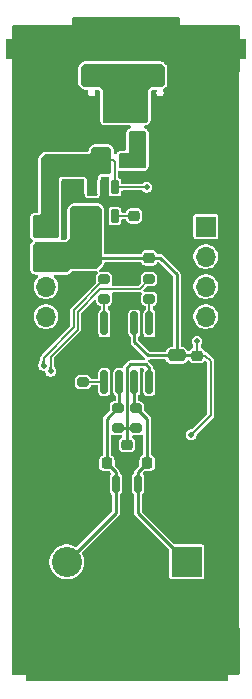
<source format=gbr>
%TF.GenerationSoftware,KiCad,Pcbnew,9.0.0*%
%TF.CreationDate,2025-05-07T16:38:21+03:00*%
%TF.ProjectId,Testing_USB-CAN,54657374-696e-4675-9f55-53422d43414e,rev?*%
%TF.SameCoordinates,Original*%
%TF.FileFunction,Copper,L4,Bot*%
%TF.FilePolarity,Positive*%
%FSLAX46Y46*%
G04 Gerber Fmt 4.6, Leading zero omitted, Abs format (unit mm)*
G04 Created by KiCad (PCBNEW 9.0.0) date 2025-05-07 16:38:21*
%MOMM*%
%LPD*%
G01*
G04 APERTURE LIST*
G04 Aperture macros list*
%AMRoundRect*
0 Rectangle with rounded corners*
0 $1 Rounding radius*
0 $2 $3 $4 $5 $6 $7 $8 $9 X,Y pos of 4 corners*
0 Add a 4 corners polygon primitive as box body*
4,1,4,$2,$3,$4,$5,$6,$7,$8,$9,$2,$3,0*
0 Add four circle primitives for the rounded corners*
1,1,$1+$1,$2,$3*
1,1,$1+$1,$4,$5*
1,1,$1+$1,$6,$7*
1,1,$1+$1,$8,$9*
0 Add four rect primitives between the rounded corners*
20,1,$1+$1,$2,$3,$4,$5,0*
20,1,$1+$1,$4,$5,$6,$7,0*
20,1,$1+$1,$6,$7,$8,$9,0*
20,1,$1+$1,$8,$9,$2,$3,0*%
G04 Aperture macros list end*
%TA.AperFunction,ComponentPad*%
%ADD10R,2.550000X2.550000*%
%TD*%
%TA.AperFunction,ComponentPad*%
%ADD11C,2.550000*%
%TD*%
%TA.AperFunction,HeatsinkPad*%
%ADD12O,0.900000X2.000000*%
%TD*%
%TA.AperFunction,HeatsinkPad*%
%ADD13O,0.900000X1.700000*%
%TD*%
%TA.AperFunction,ComponentPad*%
%ADD14R,1.700000X1.700000*%
%TD*%
%TA.AperFunction,ComponentPad*%
%ADD15O,1.700000X1.700000*%
%TD*%
%TA.AperFunction,SMDPad,CuDef*%
%ADD16RoundRect,0.250000X-0.475000X0.250000X-0.475000X-0.250000X0.475000X-0.250000X0.475000X0.250000X0*%
%TD*%
%TA.AperFunction,SMDPad,CuDef*%
%ADD17RoundRect,0.150000X-0.150000X0.587500X-0.150000X-0.587500X0.150000X-0.587500X0.150000X0.587500X0*%
%TD*%
%TA.AperFunction,SMDPad,CuDef*%
%ADD18RoundRect,0.225000X0.225000X0.250000X-0.225000X0.250000X-0.225000X-0.250000X0.225000X-0.250000X0*%
%TD*%
%TA.AperFunction,SMDPad,CuDef*%
%ADD19RoundRect,0.225000X0.250000X-0.225000X0.250000X0.225000X-0.250000X0.225000X-0.250000X-0.225000X0*%
%TD*%
%TA.AperFunction,SMDPad,CuDef*%
%ADD20RoundRect,0.225000X-0.250000X0.225000X-0.250000X-0.225000X0.250000X-0.225000X0.250000X0.225000X0*%
%TD*%
%TA.AperFunction,SMDPad,CuDef*%
%ADD21R,1.180000X1.170000*%
%TD*%
%TA.AperFunction,SMDPad,CuDef*%
%ADD22RoundRect,0.250000X0.475000X-0.250000X0.475000X0.250000X-0.475000X0.250000X-0.475000X-0.250000X0*%
%TD*%
%TA.AperFunction,SMDPad,CuDef*%
%ADD23RoundRect,0.243750X-0.456250X0.243750X-0.456250X-0.243750X0.456250X-0.243750X0.456250X0.243750X0*%
%TD*%
%TA.AperFunction,SMDPad,CuDef*%
%ADD24RoundRect,0.200000X-0.275000X0.200000X-0.275000X-0.200000X0.275000X-0.200000X0.275000X0.200000X0*%
%TD*%
%TA.AperFunction,SMDPad,CuDef*%
%ADD25RoundRect,0.040200X-0.294800X0.544800X-0.294800X-0.544800X0.294800X-0.544800X0.294800X0.544800X0*%
%TD*%
%TA.AperFunction,SMDPad,CuDef*%
%ADD26RoundRect,0.225000X-0.225000X-0.250000X0.225000X-0.250000X0.225000X0.250000X-0.225000X0.250000X0*%
%TD*%
%TA.AperFunction,SMDPad,CuDef*%
%ADD27RoundRect,0.200000X0.275000X-0.200000X0.275000X0.200000X-0.275000X0.200000X-0.275000X-0.200000X0*%
%TD*%
%TA.AperFunction,SMDPad,CuDef*%
%ADD28RoundRect,0.250000X-0.250000X-0.475000X0.250000X-0.475000X0.250000X0.475000X-0.250000X0.475000X0*%
%TD*%
%TA.AperFunction,SMDPad,CuDef*%
%ADD29RoundRect,0.150000X-0.150000X0.825000X-0.150000X-0.825000X0.150000X-0.825000X0.150000X0.825000X0*%
%TD*%
%TA.AperFunction,ViaPad*%
%ADD30C,0.500000*%
%TD*%
%TA.AperFunction,Conductor*%
%ADD31C,0.250000*%
%TD*%
%TA.AperFunction,Conductor*%
%ADD32C,0.200000*%
%TD*%
%TA.AperFunction,Conductor*%
%ADD33C,0.150000*%
%TD*%
G04 APERTURE END LIST*
D10*
%TO.P,J3,1,Pin_1*%
%TO.N,/CAN_N*%
X131990000Y-132732500D03*
D11*
%TO.P,J3,2,Pin_2*%
%TO.N,GND*%
X126910001Y-132732500D03*
%TO.P,J3,3,Pin_3*%
%TO.N,/CAN_P*%
X121830000Y-132732500D03*
%TD*%
D12*
%TO.P,J1,S1,SHIELD*%
%TO.N,GND*%
X131150000Y-93505000D03*
D13*
X131150000Y-89335000D03*
D12*
X122510000Y-93505000D03*
D13*
X122510000Y-89335000D03*
%TD*%
D14*
%TO.P,J4,1,Pin_1*%
%TO.N,+5V*%
X120060000Y-104340000D03*
D15*
%TO.P,J4,2,Pin_2*%
%TO.N,+3.3V*%
X120060000Y-106880000D03*
%TO.P,J4,3,Pin_3*%
%TO.N,/UART_TX*%
X120060000Y-109420000D03*
%TO.P,J4,4,Pin_4*%
%TO.N,/UART_RX*%
X120060000Y-111960000D03*
%TD*%
D16*
%TO.P,C27,1*%
%TO.N,+3.3V*%
X131130000Y-115250001D03*
%TO.P,C27,2*%
%TO.N,GND*%
X131130000Y-117149999D03*
%TD*%
%TO.P,C30,1*%
%TO.N,VDD*%
X125820000Y-94860001D03*
%TO.P,C30,2*%
%TO.N,GND*%
X125820000Y-96759999D03*
%TD*%
D17*
%TO.P,D1,1,A1*%
%TO.N,/CAN_P*%
X125970000Y-126102500D03*
%TO.P,D1,2,A2*%
%TO.N,/CAN_N*%
X127870000Y-126102500D03*
%TO.P,D1,3,common*%
%TO.N,GND*%
X126920000Y-127977501D03*
%TD*%
D18*
%TO.P,C1,1*%
%TO.N,/CAN_P*%
X125220000Y-124387500D03*
%TO.P,C1,2*%
%TO.N,GND*%
X123670000Y-124387500D03*
%TD*%
D19*
%TO.P,C65,1*%
%TO.N,Net-(U7-BP)*%
X127520000Y-103435000D03*
%TO.P,C65,2*%
%TO.N,GND*%
X127520000Y-101885000D03*
%TD*%
D20*
%TO.P,C14,1*%
%TO.N,/Vref*%
X126920000Y-122822500D03*
%TO.P,C14,2*%
%TO.N,GND*%
X126920000Y-124372500D03*
%TD*%
D21*
%TO.P,D4,A,A*%
%TO.N,Net-(D4-PadA)*%
X127920000Y-98740000D03*
%TO.P,D4,C,K*%
%TO.N,+5V*%
X124740000Y-98740000D03*
%TD*%
D22*
%TO.P,C66,1*%
%TO.N,+5V*%
X122840000Y-99189999D03*
%TO.P,C66,2*%
%TO.N,GND*%
X122840000Y-97290001D03*
%TD*%
D23*
%TO.P,F1,1*%
%TO.N,VDD*%
X127810000Y-94852499D03*
%TO.P,F1,2*%
%TO.N,Net-(D4-PadA)*%
X127810000Y-96727501D03*
%TD*%
D24*
%TO.P,R34,1*%
%TO.N,Net-(U9-Rs)*%
X123210000Y-117495000D03*
%TO.P,R34,2*%
%TO.N,GND*%
X123210000Y-119145000D03*
%TD*%
D25*
%TO.P,U7,1,VIN*%
%TO.N,+5V*%
X124020000Y-101010000D03*
%TO.P,U7,2,GND*%
%TO.N,GND*%
X124960000Y-101010000D03*
%TO.P,U7,3,EN*%
%TO.N,+5V*%
X125900000Y-101010000D03*
%TO.P,U7,4,BP*%
%TO.N,Net-(U7-BP)*%
X125900000Y-103450000D03*
%TO.P,U7,5,VOUT*%
%TO.N,+3.3V*%
X124020000Y-103450000D03*
%TD*%
D26*
%TO.P,C2,1*%
%TO.N,/CAN_N*%
X128620000Y-124367500D03*
%TO.P,C2,2*%
%TO.N,GND*%
X130170000Y-124367500D03*
%TD*%
D27*
%TO.P,R35,1*%
%TO.N,/Vref*%
X127710000Y-121392500D03*
%TO.P,R35,2*%
%TO.N,/CAN_N*%
X127710000Y-119742500D03*
%TD*%
D14*
%TO.P,J7,1,Pin_1*%
%TO.N,GND*%
X136160000Y-89290000D03*
%TD*%
D28*
%TO.P,C68,1*%
%TO.N,+3.3V*%
X123990001Y-105320000D03*
%TO.P,C68,2*%
%TO.N,GND*%
X125889999Y-105320000D03*
%TD*%
D20*
%TO.P,C20,1*%
%TO.N,+3.3V*%
X132850000Y-115285000D03*
%TO.P,C20,2*%
%TO.N,GND*%
X132850000Y-116835000D03*
%TD*%
D19*
%TO.P,C34,1*%
%TO.N,+3.3V*%
X128810000Y-107005000D03*
%TO.P,C34,2*%
%TO.N,GND*%
X128810000Y-105455000D03*
%TD*%
D14*
%TO.P,J6,1,Pin_1*%
%TO.N,GND*%
X117530000Y-89280000D03*
%TD*%
D29*
%TO.P,U9,1,D*%
%TO.N,Net-(U9-D)*%
X125010000Y-112542500D03*
%TO.P,U9,2,GND*%
%TO.N,GND*%
X126280000Y-112542500D03*
%TO.P,U9,3,VCC*%
%TO.N,+3.3V*%
X127550000Y-112542500D03*
%TO.P,U9,4,R*%
%TO.N,Net-(U9-R)*%
X128820000Y-112542500D03*
%TO.P,U9,5,Vref*%
%TO.N,/Vref*%
X128820000Y-117492500D03*
%TO.P,U9,6,CANL*%
%TO.N,/CAN_N*%
X127550000Y-117492500D03*
%TO.P,U9,7,CANH*%
%TO.N,/CAN_P*%
X126280000Y-117492500D03*
%TO.P,U9,8,Rs*%
%TO.N,Net-(U9-Rs)*%
X125010000Y-117492500D03*
%TD*%
D27*
%TO.P,R33,1*%
%TO.N,Net-(U9-R)*%
X128810000Y-110445000D03*
%TO.P,R33,2*%
%TO.N,/Rx*%
X128810000Y-108795000D03*
%TD*%
D14*
%TO.P,J5,1,Pin_1*%
%TO.N,/SDA*%
X133600000Y-104340000D03*
D15*
%TO.P,J5,2,Pin_2*%
%TO.N,/SCL*%
X133600000Y-106880000D03*
%TO.P,J5,3,Pin_3*%
%TO.N,/SWDIO*%
X133600000Y-109420000D03*
%TO.P,J5,4,Pin_4*%
%TO.N,/SWCLK*%
X133600000Y-111960000D03*
%TD*%
D22*
%TO.P,C67,1*%
%TO.N,+5V*%
X120840000Y-99189999D03*
%TO.P,C67,2*%
%TO.N,GND*%
X120840000Y-97290001D03*
%TD*%
D27*
%TO.P,R32,1*%
%TO.N,Net-(U9-D)*%
X125000000Y-110445000D03*
%TO.P,R32,2*%
%TO.N,/Tx*%
X125000000Y-108795000D03*
%TD*%
D24*
%TO.P,R3,1*%
%TO.N,/CAN_P*%
X126120000Y-119742500D03*
%TO.P,R3,2*%
%TO.N,/Vref*%
X126120000Y-121392500D03*
%TD*%
D30*
%TO.N,GND*%
X135380000Y-99560000D03*
X118470000Y-125523611D03*
X135270000Y-132928333D03*
X129540000Y-128490000D03*
X128840000Y-102090000D03*
X118470000Y-124043333D03*
X121230000Y-90740000D03*
X127880000Y-123570000D03*
X118470000Y-129964444D03*
X130350000Y-98520000D03*
X130550000Y-123600000D03*
X121290000Y-94680000D03*
X135270000Y-141810000D03*
X129450000Y-137369167D03*
X118470000Y-134405278D03*
X118470000Y-135885556D03*
X125670000Y-115970000D03*
X118470000Y-95119167D03*
X124270000Y-140330555D03*
X118470000Y-99560000D03*
X127852500Y-89480000D03*
X127030000Y-108050000D03*
X135270000Y-131448055D03*
X121230000Y-89713335D03*
X124270000Y-141810833D03*
X118470000Y-140326389D03*
X129460000Y-132900000D03*
X124270000Y-132900000D03*
X135260000Y-117060000D03*
X124270000Y-138850277D03*
X135270000Y-128487500D03*
X135380000Y-96599445D03*
X118470000Y-118800000D03*
X132430000Y-89713335D03*
X121220000Y-87860000D03*
X125157500Y-87740000D03*
X121230000Y-88686667D03*
X124270000Y-135889722D03*
X129440000Y-131460278D03*
X123810000Y-89480000D03*
X130350000Y-100390000D03*
X129450000Y-138849444D03*
X118470000Y-131444722D03*
X129480000Y-119130000D03*
X135270000Y-134408611D03*
X122410000Y-101810000D03*
X124270000Y-137370000D03*
X124380000Y-115950000D03*
X132420000Y-87860000D03*
X129440000Y-134450000D03*
X123860000Y-120200000D03*
X127000000Y-104970000D03*
X135270000Y-138849444D03*
X135270000Y-135888889D03*
X120670000Y-127009722D03*
X124250000Y-134450000D03*
X118470000Y-96599445D03*
X129450000Y-140329722D03*
X118470000Y-132925000D03*
X124250000Y-131460278D03*
X125980000Y-134450000D03*
X129200000Y-89480000D03*
X129450000Y-135888889D03*
X135270000Y-129967777D03*
X118470000Y-141806667D03*
X120670000Y-128490000D03*
X126505000Y-89480000D03*
X129450000Y-141810000D03*
X118470000Y-138846111D03*
X129540000Y-127009722D03*
X135380000Y-95119167D03*
X132430000Y-88686667D03*
X127710000Y-134450000D03*
X131150000Y-103320000D03*
X126505000Y-87740000D03*
X122390000Y-100710000D03*
X132110000Y-93440000D03*
X135270000Y-140329722D03*
X135270000Y-127007222D03*
X128850000Y-103330000D03*
X125157500Y-89480000D03*
X128860000Y-119570000D03*
X135270000Y-137369167D03*
X134570000Y-114100000D03*
X129480000Y-120090000D03*
X132430000Y-90740000D03*
X118470000Y-128484167D03*
X118470000Y-98079722D03*
X127000000Y-106240000D03*
X131150000Y-102090000D03*
X123810000Y-87740000D03*
X135270000Y-125526944D03*
X121290000Y-96200000D03*
X135270000Y-124046666D03*
X132110000Y-95100000D03*
X127852500Y-87740000D03*
X118470000Y-127003889D03*
X135380000Y-98079722D03*
X129200000Y-87740000D03*
X121270000Y-93290000D03*
X118470000Y-137365834D03*
%TO.N,+3.3V*%
X132370000Y-121953000D03*
X132850000Y-114060000D03*
%TO.N,VDD*%
X126510000Y-91610000D03*
X124713333Y-91610000D03*
X129205000Y-91610000D03*
X125611667Y-91610000D03*
X127408333Y-91610000D03*
X128306667Y-91610000D03*
X123815000Y-91610000D03*
%TO.N,+5V*%
X128590000Y-101020000D03*
%TO.N,/Tx*%
X119860000Y-116110000D03*
%TO.N,/Rx*%
X120460000Y-116600000D03*
%TD*%
D31*
%TO.N,GND*%
X126920000Y-124372500D02*
X126920000Y-131810000D01*
X126920000Y-131810000D02*
X126850000Y-131880000D01*
D32*
%TO.N,/CAN_P*%
X121920000Y-131880000D02*
X121769999Y-131880000D01*
D31*
X125220000Y-124387500D02*
X125967500Y-125135000D01*
X122700000Y-131880000D02*
X121920000Y-131880000D01*
X125967500Y-128612500D02*
X122700000Y-131880000D01*
X126280000Y-119537500D02*
X126280000Y-117492500D01*
X125967500Y-126380000D02*
X125967500Y-128612500D01*
X125220000Y-124387500D02*
X125220000Y-120597500D01*
X125220000Y-120597500D02*
X126280000Y-119537500D01*
X125967500Y-125135000D02*
X125967500Y-126332500D01*
%TO.N,/CAN_N*%
X127867500Y-125120000D02*
X127867500Y-128610000D01*
X128620000Y-120607500D02*
X127550000Y-119537500D01*
X128620000Y-124367500D02*
X128620000Y-120607500D01*
X131137500Y-131880000D02*
X131929999Y-131880000D01*
X128620000Y-124367500D02*
X127867500Y-125120000D01*
X127550000Y-119537500D02*
X127550000Y-117492500D01*
X127867500Y-128610000D02*
X131137500Y-131880000D01*
%TO.N,/Vref*%
X126920000Y-116300000D02*
X126920000Y-122822500D01*
X126920000Y-121402500D02*
X126910000Y-121392500D01*
X127220000Y-116000000D02*
X126920000Y-116300000D01*
X128820000Y-116300000D02*
X128520000Y-116000000D01*
X128520000Y-116000000D02*
X127220000Y-116000000D01*
X128820000Y-117492500D02*
X128820000Y-116300000D01*
X126910000Y-121392500D02*
X126150000Y-121392500D01*
X127680000Y-121392500D02*
X126910000Y-121392500D01*
%TO.N,+3.3V*%
X129740000Y-107000000D02*
X124740000Y-107000000D01*
D32*
X132850000Y-114060000D02*
X132850000Y-115285000D01*
X132370000Y-121953000D02*
X134030000Y-120293000D01*
X132815001Y-115250001D02*
X132850000Y-115285000D01*
D31*
X131130000Y-115250001D02*
X131130000Y-108390000D01*
X128690001Y-115250001D02*
X127550000Y-114110000D01*
D32*
X134030000Y-115750000D02*
X133565000Y-115285000D01*
X132493000Y-121953000D02*
X132500000Y-121960000D01*
X133565000Y-115285000D02*
X132850000Y-115285000D01*
D31*
X131130000Y-115250001D02*
X128690001Y-115250001D01*
D32*
X132370000Y-121953000D02*
X132493000Y-121953000D01*
X134030000Y-120293000D02*
X134030000Y-115750000D01*
D31*
X131130000Y-108390000D02*
X129740000Y-107000000D01*
D33*
X127550000Y-112542500D02*
X127550000Y-113030000D01*
D31*
X131130000Y-115250001D02*
X132815001Y-115250001D01*
X127550000Y-114110000D02*
X127550000Y-112542500D01*
D33*
%TO.N,VDD*%
X125827502Y-94852499D02*
X125820000Y-94860001D01*
%TO.N,+5V*%
X128580000Y-101010000D02*
X125900000Y-101010000D01*
X125900000Y-98900000D02*
X125740000Y-98740000D01*
X125740000Y-98740000D02*
X124740000Y-98740000D01*
X125900000Y-101010000D02*
X125900000Y-98900000D01*
X128590000Y-101020000D02*
X128580000Y-101010000D01*
%TO.N,Net-(U7-BP)*%
X127500000Y-103435000D02*
X127520000Y-103455000D01*
X125900000Y-103450000D02*
X125915000Y-103435000D01*
X125915000Y-103435000D02*
X127500000Y-103435000D01*
D32*
%TO.N,Net-(U9-D)*%
X125010000Y-110455000D02*
X125000000Y-110445000D01*
X125010000Y-112542500D02*
X125010000Y-110455000D01*
D33*
%TO.N,/Tx*%
X122410000Y-112880000D02*
X122410000Y-111385000D01*
X122410000Y-111385000D02*
X125000000Y-108795000D01*
X119860000Y-115430000D02*
X122410000Y-112880000D01*
X119860000Y-116110000D02*
X119860000Y-115430000D01*
%TO.N,/Rx*%
X120460000Y-115350000D02*
X122740000Y-113070000D01*
X122740000Y-111551292D02*
X124671292Y-109620000D01*
X127985000Y-109620000D02*
X128810000Y-108795000D01*
X120460000Y-116600000D02*
X120460000Y-115350000D01*
X122740000Y-113070000D02*
X122740000Y-111551292D01*
X124671292Y-109620000D02*
X127985000Y-109620000D01*
D32*
%TO.N,Net-(U9-R)*%
X128820000Y-110455000D02*
X128810000Y-110445000D01*
X128820000Y-112542500D02*
X128820000Y-110455000D01*
D33*
%TO.N,Net-(U9-Rs)*%
X125007500Y-117495000D02*
X125010000Y-117492500D01*
X123070000Y-117500000D02*
X123075000Y-117495000D01*
X123075000Y-117495000D02*
X125007500Y-117495000D01*
%TO.N,Net-(D4-PadA)*%
X127810000Y-98630000D02*
X127920000Y-98740000D01*
%TD*%
%TA.AperFunction,Conductor*%
%TO.N,VDD*%
G36*
X129895677Y-90589685D02*
G01*
X129916319Y-90606319D01*
X130093681Y-90783681D01*
X130127166Y-90845004D01*
X130130000Y-90871362D01*
X130130000Y-92268638D01*
X130121355Y-92298078D01*
X130114832Y-92328065D01*
X130111077Y-92333080D01*
X130110315Y-92335677D01*
X130093681Y-92356319D01*
X129946319Y-92503681D01*
X129884996Y-92537166D01*
X129858638Y-92540000D01*
X128989999Y-92540000D01*
X128730000Y-92799999D01*
X128730000Y-95298638D01*
X128721355Y-95328078D01*
X128714832Y-95358065D01*
X128711077Y-95363080D01*
X128710315Y-95365677D01*
X128693681Y-95386319D01*
X128536319Y-95543681D01*
X128474996Y-95577166D01*
X128448638Y-95580000D01*
X125051362Y-95580000D01*
X124984323Y-95560315D01*
X124963681Y-95543681D01*
X124896319Y-95476319D01*
X124862834Y-95414996D01*
X124860000Y-95388638D01*
X124860000Y-92800000D01*
X124600000Y-92540000D01*
X123351362Y-92540000D01*
X123284323Y-92520315D01*
X123263681Y-92503681D01*
X123026319Y-92266319D01*
X122992834Y-92204996D01*
X122990000Y-92178638D01*
X122990000Y-90921362D01*
X123009685Y-90854323D01*
X123026319Y-90833681D01*
X123253681Y-90606319D01*
X123315004Y-90572834D01*
X123341362Y-90570000D01*
X129828638Y-90570000D01*
X129895677Y-90589685D01*
G37*
%TD.AperFunction*%
%TD*%
%TA.AperFunction,Conductor*%
%TO.N,+5V*%
G36*
X125395677Y-97609685D02*
G01*
X125416319Y-97626319D01*
X125573681Y-97783681D01*
X125607166Y-97845004D01*
X125610000Y-97871362D01*
X125610000Y-99658638D01*
X125601355Y-99688078D01*
X125594832Y-99718065D01*
X125591077Y-99723080D01*
X125590315Y-99725677D01*
X125573681Y-99746319D01*
X125426319Y-99893681D01*
X125364996Y-99927166D01*
X125338638Y-99930000D01*
X124609999Y-99930000D01*
X124500000Y-100039999D01*
X124500000Y-100241575D01*
X124480315Y-100308614D01*
X124479102Y-100310466D01*
X124438465Y-100371282D01*
X124438463Y-100371285D01*
X124424500Y-100441486D01*
X124424500Y-101578507D01*
X124427147Y-101591811D01*
X124420918Y-101661403D01*
X124378054Y-101716579D01*
X124312163Y-101739822D01*
X124305529Y-101740000D01*
X123675674Y-101740000D01*
X123672088Y-101738947D01*
X123668450Y-101739789D01*
X123638821Y-101729178D01*
X123608635Y-101720315D01*
X123605164Y-101717125D01*
X123602671Y-101716233D01*
X123577389Y-101691605D01*
X123556567Y-101664537D01*
X123531295Y-101599398D01*
X123530852Y-101589028D01*
X123529859Y-100308990D01*
X123460786Y-100241575D01*
X123336222Y-100120000D01*
X123336221Y-100120000D01*
X121980000Y-100120000D01*
X122090000Y-100010000D01*
X122090000Y-98240000D01*
X123710000Y-98240000D01*
X123880000Y-98070000D01*
X123880000Y-97851362D01*
X123888644Y-97821921D01*
X123895168Y-97791935D01*
X123898922Y-97786919D01*
X123899685Y-97784323D01*
X123916319Y-97763681D01*
X124053681Y-97626319D01*
X124115004Y-97592834D01*
X124141362Y-97590000D01*
X125328638Y-97590000D01*
X125395677Y-97609685D01*
G37*
%TD.AperFunction*%
%TD*%
%TA.AperFunction,Conductor*%
%TO.N,+5V*%
G36*
X122090000Y-100010000D02*
G01*
X121980000Y-100120000D01*
X121269999Y-100120000D01*
X121170000Y-100219999D01*
X121170000Y-105108638D01*
X121161355Y-105138078D01*
X121154832Y-105168065D01*
X121151077Y-105173080D01*
X121150315Y-105175677D01*
X121133681Y-105196319D01*
X121066319Y-105263681D01*
X121004996Y-105297166D01*
X120978638Y-105300000D01*
X119101362Y-105300000D01*
X119034323Y-105280315D01*
X119013681Y-105263681D01*
X118966319Y-105216319D01*
X118932834Y-105154996D01*
X118930000Y-105128638D01*
X118930000Y-103551362D01*
X118938644Y-103521921D01*
X118945168Y-103491935D01*
X118948922Y-103486919D01*
X118949685Y-103484323D01*
X118966319Y-103463681D01*
X119003681Y-103426319D01*
X119065004Y-103392834D01*
X119091362Y-103390000D01*
X119470000Y-103390000D01*
X119610000Y-103250000D01*
X119610000Y-98601362D01*
X119629685Y-98534323D01*
X119646319Y-98513681D01*
X119883681Y-98276319D01*
X119945004Y-98242834D01*
X119971362Y-98240000D01*
X122090000Y-98240000D01*
X122090000Y-100010000D01*
G37*
%TD.AperFunction*%
%TD*%
%TA.AperFunction,Conductor*%
%TO.N,Net-(D4-PadA)*%
G36*
X128435677Y-96239685D02*
G01*
X128456319Y-96256319D01*
X128513681Y-96313681D01*
X128547166Y-96375004D01*
X128550000Y-96401362D01*
X128550000Y-99238638D01*
X128541355Y-99268078D01*
X128534832Y-99298065D01*
X128531077Y-99303080D01*
X128530315Y-99305677D01*
X128513681Y-99326319D01*
X128456318Y-99383682D01*
X128394995Y-99417167D01*
X128368637Y-99420001D01*
X126391363Y-99420001D01*
X126324324Y-99400316D01*
X126303681Y-99383681D01*
X126256318Y-99336317D01*
X126222834Y-99274994D01*
X126220000Y-99248637D01*
X126220000Y-98281362D01*
X126228644Y-98251921D01*
X126235168Y-98221935D01*
X126238922Y-98216919D01*
X126239685Y-98214323D01*
X126256319Y-98193681D01*
X126303681Y-98146319D01*
X126365004Y-98112834D01*
X126391362Y-98110000D01*
X126970000Y-98110000D01*
X127070000Y-98010000D01*
X127070000Y-96421362D01*
X127078644Y-96391921D01*
X127085168Y-96361935D01*
X127088922Y-96356919D01*
X127089685Y-96354323D01*
X127106319Y-96333681D01*
X127183681Y-96256319D01*
X127245004Y-96222834D01*
X127271362Y-96220000D01*
X128368638Y-96220000D01*
X128435677Y-96239685D01*
G37*
%TD.AperFunction*%
%TD*%
%TA.AperFunction,Conductor*%
%TO.N,+3.3V*%
G36*
X124535677Y-102589685D02*
G01*
X124556319Y-102606319D01*
X124753681Y-102803681D01*
X124787166Y-102865004D01*
X124790000Y-102891362D01*
X124790000Y-107418638D01*
X124770315Y-107485677D01*
X124753681Y-107506319D01*
X124386319Y-107873681D01*
X124324996Y-107907166D01*
X124298638Y-107910000D01*
X122119999Y-107910000D01*
X121856319Y-108173681D01*
X121794996Y-108207166D01*
X121768638Y-108210000D01*
X119181362Y-108210000D01*
X119151921Y-108201355D01*
X119121935Y-108194832D01*
X119116919Y-108191077D01*
X119114323Y-108190315D01*
X119093681Y-108173681D01*
X118966319Y-108046319D01*
X118932834Y-107984996D01*
X118930000Y-107958638D01*
X118930000Y-105951362D01*
X118949685Y-105884323D01*
X118966319Y-105863681D01*
X119113681Y-105716319D01*
X119175004Y-105682834D01*
X119201362Y-105680000D01*
X121770000Y-105680000D01*
X122070000Y-105380000D01*
X122070000Y-102891362D01*
X122089685Y-102824323D01*
X122106319Y-102803681D01*
X122303681Y-102606319D01*
X122365004Y-102572834D01*
X122391362Y-102570000D01*
X124468638Y-102570000D01*
X124535677Y-102589685D01*
G37*
%TD.AperFunction*%
%TD*%
%TA.AperFunction,Conductor*%
%TO.N,GND*%
G36*
X131352539Y-86649685D02*
G01*
X131398294Y-86702489D01*
X131409500Y-86754000D01*
X131409500Y-87280207D01*
X131409793Y-87280500D01*
X131420000Y-87280500D01*
X131420000Y-87440000D01*
X122240000Y-87440000D01*
X122240000Y-87291859D01*
X122249694Y-87282149D01*
X122250500Y-87280206D01*
X122250500Y-86754000D01*
X122270185Y-86686961D01*
X122322989Y-86641206D01*
X122374500Y-86630000D01*
X131285500Y-86630000D01*
X131352539Y-86649685D01*
G37*
%TD.AperFunction*%
%TD*%
%TA.AperFunction,Conductor*%
%TO.N,GND*%
G36*
X136443063Y-87300185D02*
G01*
X136488818Y-87352989D01*
X136500024Y-87404478D01*
X136500701Y-91173465D01*
X136481028Y-91240508D01*
X136459416Y-91259241D01*
X136462234Y-91262059D01*
X136444500Y-91279792D01*
X136444500Y-138280207D01*
X136462234Y-138297941D01*
X136461475Y-138298699D01*
X136487051Y-138319309D01*
X136509116Y-138385604D01*
X136509195Y-138390008D01*
X136509874Y-142155478D01*
X136490202Y-142222521D01*
X136437406Y-142268285D01*
X136385874Y-142279500D01*
X135499792Y-142279500D01*
X135499500Y-142279792D01*
X135499500Y-142734239D01*
X135479815Y-142801278D01*
X135427011Y-142847033D01*
X135375308Y-142858239D01*
X118464308Y-142832006D01*
X118397299Y-142812217D01*
X118351626Y-142759342D01*
X118340500Y-142708006D01*
X118340500Y-142279793D01*
X118340207Y-142279500D01*
X118339793Y-142279500D01*
X118315193Y-142279500D01*
X118315068Y-142279525D01*
X117294121Y-142279525D01*
X117227082Y-142259840D01*
X117181327Y-142207036D01*
X117170121Y-142155503D01*
X117170800Y-138385842D01*
X117190497Y-138318806D01*
X117210944Y-138301094D01*
X117207766Y-138297916D01*
X117225206Y-138280475D01*
X117225207Y-138280475D01*
X117225500Y-138280182D01*
X117225500Y-117263475D01*
X122534500Y-117263475D01*
X122534500Y-117726517D01*
X122541466Y-117770500D01*
X122549354Y-117820304D01*
X122606950Y-117933342D01*
X122606952Y-117933344D01*
X122606954Y-117933347D01*
X122696652Y-118023045D01*
X122696654Y-118023046D01*
X122696658Y-118023050D01*
X122809694Y-118080645D01*
X122809698Y-118080647D01*
X122903475Y-118095499D01*
X122903481Y-118095500D01*
X123516518Y-118095499D01*
X123610304Y-118080646D01*
X123723342Y-118023050D01*
X123813050Y-117933342D01*
X123844592Y-117871436D01*
X123861526Y-117838204D01*
X123909500Y-117787409D01*
X123972010Y-117770500D01*
X124385500Y-117770500D01*
X124452539Y-117790185D01*
X124498294Y-117842989D01*
X124509500Y-117894500D01*
X124509500Y-118350760D01*
X124519426Y-118418891D01*
X124570803Y-118523985D01*
X124653514Y-118606696D01*
X124653515Y-118606696D01*
X124653517Y-118606698D01*
X124758607Y-118658073D01*
X124790254Y-118662684D01*
X124826739Y-118668000D01*
X124826740Y-118668000D01*
X125193261Y-118668000D01*
X125215971Y-118664691D01*
X125261393Y-118658073D01*
X125366483Y-118606698D01*
X125449198Y-118523983D01*
X125500573Y-118418893D01*
X125510500Y-118350760D01*
X125510500Y-116634240D01*
X125500573Y-116566107D01*
X125449198Y-116461017D01*
X125449196Y-116461015D01*
X125449196Y-116461014D01*
X125366485Y-116378303D01*
X125261391Y-116326926D01*
X125193261Y-116317000D01*
X125193260Y-116317000D01*
X124826740Y-116317000D01*
X124826739Y-116317000D01*
X124758608Y-116326926D01*
X124653514Y-116378303D01*
X124570803Y-116461014D01*
X124519426Y-116566108D01*
X124509500Y-116634239D01*
X124509500Y-117095500D01*
X124489815Y-117162539D01*
X124437011Y-117208294D01*
X124385500Y-117219500D01*
X123972010Y-117219500D01*
X123904971Y-117199815D01*
X123861526Y-117151796D01*
X123832841Y-117095500D01*
X123813050Y-117056658D01*
X123813047Y-117056655D01*
X123813045Y-117056652D01*
X123723347Y-116966954D01*
X123723344Y-116966952D01*
X123723342Y-116966950D01*
X123646517Y-116927805D01*
X123610301Y-116909352D01*
X123516524Y-116894500D01*
X122903482Y-116894500D01*
X122822519Y-116907323D01*
X122809696Y-116909354D01*
X122696658Y-116966950D01*
X122696657Y-116966951D01*
X122696652Y-116966954D01*
X122606954Y-117056652D01*
X122606951Y-117056657D01*
X122606950Y-117056658D01*
X122587751Y-117094337D01*
X122549352Y-117169698D01*
X122534500Y-117263475D01*
X117225500Y-117263475D01*
X117225500Y-111856530D01*
X119009500Y-111856530D01*
X119009500Y-112063469D01*
X119049868Y-112266412D01*
X119049870Y-112266420D01*
X119129058Y-112457596D01*
X119244024Y-112629657D01*
X119390342Y-112775975D01*
X119390345Y-112775977D01*
X119562402Y-112890941D01*
X119753580Y-112970130D01*
X119956530Y-113010499D01*
X119956534Y-113010500D01*
X119956535Y-113010500D01*
X120163466Y-113010500D01*
X120163467Y-113010499D01*
X120366420Y-112970130D01*
X120557598Y-112890941D01*
X120729655Y-112775977D01*
X120875977Y-112629655D01*
X120990941Y-112457598D01*
X121070130Y-112266420D01*
X121110500Y-112063465D01*
X121110500Y-111856535D01*
X121070130Y-111653580D01*
X120990941Y-111462402D01*
X120875977Y-111290345D01*
X120875975Y-111290342D01*
X120729657Y-111144024D01*
X120561977Y-111031985D01*
X120557598Y-111029059D01*
X120366420Y-110949870D01*
X120366412Y-110949868D01*
X120163469Y-110909500D01*
X120163465Y-110909500D01*
X119956535Y-110909500D01*
X119956530Y-110909500D01*
X119753587Y-110949868D01*
X119753579Y-110949870D01*
X119562403Y-111029058D01*
X119390342Y-111144024D01*
X119244024Y-111290342D01*
X119129058Y-111462403D01*
X119049870Y-111653579D01*
X119049868Y-111653587D01*
X119009500Y-111856530D01*
X117225500Y-111856530D01*
X117225500Y-103551362D01*
X118724500Y-103551362D01*
X118724500Y-103557516D01*
X118724500Y-105128638D01*
X118725678Y-105150618D01*
X118728511Y-105176965D01*
X118728512Y-105176967D01*
X118752470Y-105253478D01*
X118752471Y-105253483D01*
X118763106Y-105272958D01*
X118785956Y-105314805D01*
X118785958Y-105314808D01*
X118785960Y-105314811D01*
X118820998Y-105361615D01*
X118821001Y-105361619D01*
X118821009Y-105361629D01*
X118821017Y-105361637D01*
X118868365Y-105408986D01*
X118868366Y-105408987D01*
X118884716Y-105423674D01*
X118884730Y-105423686D01*
X118884738Y-105423693D01*
X118899608Y-105435675D01*
X118905139Y-105440133D01*
X118944987Y-105497526D01*
X118947480Y-105567352D01*
X118915014Y-105624365D01*
X118821004Y-105718375D01*
X118806325Y-105734716D01*
X118806313Y-105734730D01*
X118789672Y-105755379D01*
X118752509Y-105826424D01*
X118732826Y-105893456D01*
X118732825Y-105893464D01*
X118724832Y-105949059D01*
X118724500Y-105951365D01*
X118724500Y-107958638D01*
X118725678Y-107980618D01*
X118728511Y-108006965D01*
X118728512Y-108006967D01*
X118752470Y-108083478D01*
X118752471Y-108083483D01*
X118766872Y-108109855D01*
X118785956Y-108144805D01*
X118785958Y-108144808D01*
X118785960Y-108144811D01*
X118820998Y-108191615D01*
X118821002Y-108191619D01*
X118821009Y-108191629D01*
X118893739Y-108264359D01*
X118948379Y-108318999D01*
X118959669Y-108329141D01*
X118959695Y-108329163D01*
X118964738Y-108333693D01*
X118985380Y-108350327D01*
X118985387Y-108350330D01*
X118990477Y-108353667D01*
X118990320Y-108353905D01*
X118997884Y-108358670D01*
X118998782Y-108359342D01*
X119029013Y-108373148D01*
X119056445Y-108387496D01*
X119059041Y-108388258D01*
X119059402Y-108387026D01*
X119078253Y-108395636D01*
X119096762Y-108399662D01*
X119105310Y-108401844D01*
X119123464Y-108407175D01*
X119181362Y-108415500D01*
X119279505Y-108415500D01*
X119346544Y-108435185D01*
X119392299Y-108487989D01*
X119402243Y-108557147D01*
X119373218Y-108620703D01*
X119367186Y-108627181D01*
X119244025Y-108750341D01*
X119244024Y-108750342D01*
X119129058Y-108922403D01*
X119049870Y-109113579D01*
X119049868Y-109113587D01*
X119009500Y-109316530D01*
X119009500Y-109523469D01*
X119049868Y-109726412D01*
X119049870Y-109726420D01*
X119129058Y-109917596D01*
X119244024Y-110089657D01*
X119390342Y-110235975D01*
X119390345Y-110235977D01*
X119562402Y-110350941D01*
X119753580Y-110430130D01*
X119956530Y-110470499D01*
X119956534Y-110470500D01*
X119956535Y-110470500D01*
X120163466Y-110470500D01*
X120163467Y-110470499D01*
X120366420Y-110430130D01*
X120557598Y-110350941D01*
X120729655Y-110235977D01*
X120875977Y-110089655D01*
X120990941Y-109917598D01*
X121070130Y-109726420D01*
X121110500Y-109523465D01*
X121110500Y-109316535D01*
X121070130Y-109113580D01*
X120990941Y-108922402D01*
X120875977Y-108750345D01*
X120875975Y-108750342D01*
X120752814Y-108627181D01*
X120719329Y-108565858D01*
X120724313Y-108496166D01*
X120766185Y-108440233D01*
X120831649Y-108415816D01*
X120840495Y-108415500D01*
X121768639Y-108415500D01*
X121771180Y-108415363D01*
X121790607Y-108414322D01*
X121790614Y-108414321D01*
X121790618Y-108414321D01*
X121816965Y-108411488D01*
X121893482Y-108387529D01*
X121954805Y-108354044D01*
X122001630Y-108318991D01*
X122168802Y-108151817D01*
X122230123Y-108118334D01*
X122256482Y-108115500D01*
X124298639Y-108115500D01*
X124299883Y-108115433D01*
X124320607Y-108114322D01*
X124328182Y-108113507D01*
X124396941Y-108125905D01*
X124448084Y-108173510D01*
X124465370Y-108241207D01*
X124443313Y-108307504D01*
X124429131Y-108324475D01*
X124396954Y-108356652D01*
X124396951Y-108356657D01*
X124396950Y-108356658D01*
X124390407Y-108369500D01*
X124339352Y-108469698D01*
X124324500Y-108563475D01*
X124324500Y-109029520D01*
X124304815Y-109096559D01*
X124288181Y-109117201D01*
X122253942Y-111151443D01*
X122176444Y-111228940D01*
X122134500Y-111330199D01*
X122134500Y-112714522D01*
X122114815Y-112781561D01*
X122098181Y-112802203D01*
X119703942Y-115196443D01*
X119626444Y-115273940D01*
X119584500Y-115375199D01*
X119584500Y-115541007D01*
X119576365Y-115585180D01*
X119450714Y-115914760D01*
X119447184Y-115924017D01*
X119440201Y-115936114D01*
X119434590Y-115957048D01*
X119432327Y-115962986D01*
X119432325Y-115962995D01*
X119427694Y-115975142D01*
X119422365Y-115991047D01*
X119421834Y-115992875D01*
X119420404Y-115998053D01*
X119419298Y-116005339D01*
X119419242Y-116005330D01*
X119416267Y-116025435D01*
X119409500Y-116050691D01*
X119409500Y-116169309D01*
X119440201Y-116283886D01*
X119499511Y-116386613D01*
X119583387Y-116470489D01*
X119686114Y-116529799D01*
X119800691Y-116560500D01*
X119800694Y-116560500D01*
X119887876Y-116560500D01*
X119954915Y-116580185D01*
X120000670Y-116632989D01*
X120007651Y-116652406D01*
X120009500Y-116659306D01*
X120009500Y-116659309D01*
X120040201Y-116773886D01*
X120099511Y-116876613D01*
X120183387Y-116960489D01*
X120286114Y-117019799D01*
X120400691Y-117050500D01*
X120400694Y-117050500D01*
X120519306Y-117050500D01*
X120519309Y-117050500D01*
X120633886Y-117019799D01*
X120736613Y-116960489D01*
X120820489Y-116876613D01*
X120879799Y-116773886D01*
X120910500Y-116659309D01*
X120910500Y-116540691D01*
X120895823Y-116485919D01*
X120892300Y-116465132D01*
X120885414Y-116447071D01*
X120879799Y-116426114D01*
X120877758Y-116422579D01*
X120869281Y-116404753D01*
X120743635Y-116075180D01*
X120735500Y-116031008D01*
X120735500Y-115515477D01*
X120755185Y-115448438D01*
X120771819Y-115427796D01*
X121863003Y-114336612D01*
X122973557Y-113226058D01*
X123015500Y-113124800D01*
X123015500Y-111716769D01*
X123035185Y-111649730D01*
X123051819Y-111629088D01*
X123561899Y-111119008D01*
X124112821Y-110568085D01*
X124174142Y-110534602D01*
X124243834Y-110539586D01*
X124299767Y-110581458D01*
X124324184Y-110646922D01*
X124324500Y-110655763D01*
X124324500Y-110676516D01*
X124334649Y-110740596D01*
X124339354Y-110770304D01*
X124396950Y-110883342D01*
X124396952Y-110883344D01*
X124396954Y-110883347D01*
X124486652Y-110973045D01*
X124486654Y-110973046D01*
X124486658Y-110973050D01*
X124599696Y-111030646D01*
X124604893Y-111031469D01*
X124635679Y-111046062D01*
X124666703Y-111060230D01*
X124667199Y-111061002D01*
X124668029Y-111061396D01*
X124686049Y-111090334D01*
X124704477Y-111119008D01*
X124704648Y-111120201D01*
X124704963Y-111120706D01*
X124709500Y-111153943D01*
X124709500Y-111324502D01*
X124689815Y-111391541D01*
X124657555Y-111425418D01*
X124653516Y-111428301D01*
X124570803Y-111511014D01*
X124519426Y-111616108D01*
X124509500Y-111684239D01*
X124509500Y-113400760D01*
X124519426Y-113468891D01*
X124570803Y-113573985D01*
X124653514Y-113656696D01*
X124653515Y-113656696D01*
X124653517Y-113656698D01*
X124758607Y-113708073D01*
X124790254Y-113712684D01*
X124826739Y-113718000D01*
X124826740Y-113718000D01*
X125193261Y-113718000D01*
X125215971Y-113714691D01*
X125261393Y-113708073D01*
X125366483Y-113656698D01*
X125449198Y-113573983D01*
X125500573Y-113468893D01*
X125510500Y-113400760D01*
X125510500Y-111684240D01*
X125500573Y-111616107D01*
X125449198Y-111511017D01*
X125449196Y-111511015D01*
X125449196Y-111511014D01*
X125366483Y-111428301D01*
X125362445Y-111425418D01*
X125358747Y-111420704D01*
X125353297Y-111418215D01*
X125337431Y-111393528D01*
X125319324Y-111370442D01*
X125317929Y-111363181D01*
X125315523Y-111359437D01*
X125310500Y-111324502D01*
X125310500Y-111149916D01*
X125330185Y-111082877D01*
X125382989Y-111037122D01*
X125396181Y-111031985D01*
X125400296Y-111030647D01*
X125400304Y-111030646D01*
X125513342Y-110973050D01*
X125603050Y-110883342D01*
X125660646Y-110770304D01*
X125660646Y-110770302D01*
X125660647Y-110770301D01*
X125675499Y-110676524D01*
X125675500Y-110676519D01*
X125675499Y-110213482D01*
X125660646Y-110119696D01*
X125638276Y-110075793D01*
X125625380Y-110007127D01*
X125651656Y-109942386D01*
X125708762Y-109902128D01*
X125748761Y-109895500D01*
X128052013Y-109895500D01*
X128052013Y-109897087D01*
X128107677Y-109902068D01*
X128162855Y-109944930D01*
X128186100Y-110010819D01*
X128172763Y-110073752D01*
X128149353Y-110119695D01*
X128149352Y-110119698D01*
X128134500Y-110213475D01*
X128134500Y-110676517D01*
X128145292Y-110744657D01*
X128149354Y-110770304D01*
X128206950Y-110883342D01*
X128206952Y-110883344D01*
X128206954Y-110883347D01*
X128296652Y-110973045D01*
X128296654Y-110973046D01*
X128296658Y-110973050D01*
X128409696Y-111030646D01*
X128414893Y-111031469D01*
X128445679Y-111046062D01*
X128476703Y-111060230D01*
X128477199Y-111061002D01*
X128478029Y-111061396D01*
X128496049Y-111090334D01*
X128514477Y-111119008D01*
X128514648Y-111120201D01*
X128514963Y-111120706D01*
X128519500Y-111153943D01*
X128519500Y-111324502D01*
X128499815Y-111391541D01*
X128467555Y-111425418D01*
X128463516Y-111428301D01*
X128380803Y-111511014D01*
X128329426Y-111616108D01*
X128319500Y-111684239D01*
X128319500Y-113400760D01*
X128329426Y-113468891D01*
X128380803Y-113573985D01*
X128463514Y-113656696D01*
X128463515Y-113656696D01*
X128463517Y-113656698D01*
X128568607Y-113708073D01*
X128600254Y-113712684D01*
X128636739Y-113718000D01*
X128636740Y-113718000D01*
X129003261Y-113718000D01*
X129025971Y-113714691D01*
X129071393Y-113708073D01*
X129176483Y-113656698D01*
X129259198Y-113573983D01*
X129310573Y-113468893D01*
X129320500Y-113400760D01*
X129320500Y-111684240D01*
X129310573Y-111616107D01*
X129259198Y-111511017D01*
X129259196Y-111511015D01*
X129259196Y-111511014D01*
X129176483Y-111428301D01*
X129172445Y-111425418D01*
X129168747Y-111420704D01*
X129163297Y-111418215D01*
X129147431Y-111393528D01*
X129129324Y-111370442D01*
X129127929Y-111363181D01*
X129125523Y-111359437D01*
X129120500Y-111324502D01*
X129120500Y-111149916D01*
X129140185Y-111082877D01*
X129192989Y-111037122D01*
X129206181Y-111031985D01*
X129210296Y-111030647D01*
X129210304Y-111030646D01*
X129323342Y-110973050D01*
X129413050Y-110883342D01*
X129470646Y-110770304D01*
X129470646Y-110770302D01*
X129470647Y-110770301D01*
X129485499Y-110676524D01*
X129485500Y-110676519D01*
X129485499Y-110213482D01*
X129470646Y-110119696D01*
X129413050Y-110006658D01*
X129413046Y-110006654D01*
X129413045Y-110006652D01*
X129323347Y-109916954D01*
X129323344Y-109916952D01*
X129323342Y-109916950D01*
X129246517Y-109877805D01*
X129210301Y-109859352D01*
X129116524Y-109844500D01*
X128503481Y-109844500D01*
X128460544Y-109851301D01*
X128391251Y-109842345D01*
X128337800Y-109797348D01*
X128317161Y-109730596D01*
X128335887Y-109663282D01*
X128353463Y-109641150D01*
X128562796Y-109431818D01*
X128624119Y-109398333D01*
X128650477Y-109395499D01*
X129116517Y-109395499D01*
X129116518Y-109395499D01*
X129210304Y-109380646D01*
X129323342Y-109323050D01*
X129413050Y-109233342D01*
X129470646Y-109120304D01*
X129470646Y-109120302D01*
X129470647Y-109120301D01*
X129485499Y-109026524D01*
X129485500Y-109026519D01*
X129485499Y-108563482D01*
X129470646Y-108469696D01*
X129413050Y-108356658D01*
X129413046Y-108356654D01*
X129413045Y-108356652D01*
X129323347Y-108266954D01*
X129323344Y-108266952D01*
X129323342Y-108266950D01*
X129246517Y-108227805D01*
X129210301Y-108209352D01*
X129116524Y-108194500D01*
X128503482Y-108194500D01*
X128422519Y-108207323D01*
X128409696Y-108209354D01*
X128296658Y-108266950D01*
X128296657Y-108266951D01*
X128296652Y-108266954D01*
X128206954Y-108356652D01*
X128206951Y-108356657D01*
X128206950Y-108356658D01*
X128200407Y-108369500D01*
X128149352Y-108469698D01*
X128134500Y-108563475D01*
X128134500Y-109029519D01*
X128114815Y-109096558D01*
X128098182Y-109117200D01*
X127907204Y-109308181D01*
X127845881Y-109341666D01*
X127819522Y-109344500D01*
X125748762Y-109344500D01*
X125681723Y-109324815D01*
X125635968Y-109272011D01*
X125626024Y-109202853D01*
X125638277Y-109164205D01*
X125660646Y-109120304D01*
X125660646Y-109120302D01*
X125660647Y-109120301D01*
X125675499Y-109026524D01*
X125675500Y-109026519D01*
X125675499Y-108563482D01*
X125660646Y-108469696D01*
X125603050Y-108356658D01*
X125603046Y-108356654D01*
X125603045Y-108356652D01*
X125513347Y-108266954D01*
X125513344Y-108266952D01*
X125513342Y-108266950D01*
X125436517Y-108227805D01*
X125400301Y-108209352D01*
X125306524Y-108194500D01*
X124693481Y-108194500D01*
X124669562Y-108198289D01*
X124600268Y-108189333D01*
X124546817Y-108144335D01*
X124526179Y-108077583D01*
X124544905Y-108010270D01*
X124562477Y-107988142D01*
X124898991Y-107651629D01*
X124913693Y-107635262D01*
X124930327Y-107614620D01*
X124967490Y-107543575D01*
X124987175Y-107476536D01*
X124990668Y-107452239D01*
X124993601Y-107431850D01*
X125022627Y-107368295D01*
X125081406Y-107330522D01*
X125116338Y-107325500D01*
X128055123Y-107325500D01*
X128122162Y-107345185D01*
X128165605Y-107393202D01*
X128208067Y-107476537D01*
X128211473Y-107483221D01*
X128211476Y-107483225D01*
X128306774Y-107578523D01*
X128306778Y-107578526D01*
X128306780Y-107578528D01*
X128426874Y-107639719D01*
X128426876Y-107639719D01*
X128426878Y-107639720D01*
X128526507Y-107655500D01*
X128526512Y-107655500D01*
X129093493Y-107655500D01*
X129193121Y-107639720D01*
X129193121Y-107639719D01*
X129193126Y-107639719D01*
X129313220Y-107578528D01*
X129408528Y-107483220D01*
X129450659Y-107400532D01*
X129498629Y-107349740D01*
X129566450Y-107332944D01*
X129632585Y-107355480D01*
X129648822Y-107369149D01*
X130768181Y-108488508D01*
X130801666Y-108549831D01*
X130804500Y-108576189D01*
X130804500Y-114425501D01*
X130784815Y-114492540D01*
X130732011Y-114538295D01*
X130680500Y-114549501D01*
X130600730Y-114549501D01*
X130570300Y-114552354D01*
X130570298Y-114552354D01*
X130442119Y-114597207D01*
X130442117Y-114597208D01*
X130370206Y-114650281D01*
X130332850Y-114677851D01*
X130252207Y-114787119D01*
X130233193Y-114841457D01*
X130192473Y-114898232D01*
X130127520Y-114923979D01*
X130116153Y-114924501D01*
X128876190Y-114924501D01*
X128809151Y-114904816D01*
X128788509Y-114888182D01*
X127911819Y-114011492D01*
X127897115Y-113984564D01*
X127880523Y-113958746D01*
X127879631Y-113952545D01*
X127878334Y-113950169D01*
X127875500Y-113923811D01*
X127875500Y-113739043D01*
X127895185Y-113672004D01*
X127911814Y-113651366D01*
X127989198Y-113573983D01*
X128040573Y-113468893D01*
X128050500Y-113400760D01*
X128050500Y-111684240D01*
X128040573Y-111616107D01*
X127989198Y-111511017D01*
X127989196Y-111511015D01*
X127989196Y-111511014D01*
X127906485Y-111428303D01*
X127801391Y-111376926D01*
X127733261Y-111367000D01*
X127733260Y-111367000D01*
X127366740Y-111367000D01*
X127366739Y-111367000D01*
X127298608Y-111376926D01*
X127193514Y-111428303D01*
X127110803Y-111511014D01*
X127059426Y-111616108D01*
X127049500Y-111684239D01*
X127049500Y-113400760D01*
X127059426Y-113468891D01*
X127059427Y-113468893D01*
X127110802Y-113573983D01*
X127188182Y-113651363D01*
X127221666Y-113712684D01*
X127224500Y-113739043D01*
X127224500Y-114152852D01*
X127246682Y-114235640D01*
X127268108Y-114272750D01*
X127289535Y-114309862D01*
X127289537Y-114309864D01*
X128442492Y-115462819D01*
X128475977Y-115524142D01*
X128470993Y-115593834D01*
X128429121Y-115649767D01*
X128363657Y-115674184D01*
X128354811Y-115674500D01*
X127177147Y-115674500D01*
X127094359Y-115696682D01*
X127020138Y-115739535D01*
X127020135Y-115739537D01*
X126659537Y-116100135D01*
X126659535Y-116100138D01*
X126616682Y-116174360D01*
X126602673Y-116226645D01*
X126566308Y-116286306D01*
X126503461Y-116316835D01*
X126467738Y-116317227D01*
X126467731Y-116317324D01*
X126466572Y-116317240D01*
X126465027Y-116317257D01*
X126463262Y-116317000D01*
X126463260Y-116317000D01*
X126096740Y-116317000D01*
X126096739Y-116317000D01*
X126028608Y-116326926D01*
X125923514Y-116378303D01*
X125840803Y-116461014D01*
X125789426Y-116566108D01*
X125779500Y-116634239D01*
X125779500Y-118350760D01*
X125789426Y-118418891D01*
X125789427Y-118418893D01*
X125840802Y-118523983D01*
X125918182Y-118601363D01*
X125951666Y-118662684D01*
X125954500Y-118689043D01*
X125954500Y-119018000D01*
X125934815Y-119085039D01*
X125882011Y-119130794D01*
X125830506Y-119142000D01*
X125813484Y-119142000D01*
X125737345Y-119154058D01*
X125719696Y-119156854D01*
X125606658Y-119214450D01*
X125606657Y-119214451D01*
X125606652Y-119214454D01*
X125516954Y-119304152D01*
X125516951Y-119304157D01*
X125459352Y-119417198D01*
X125444500Y-119510975D01*
X125444500Y-119861310D01*
X125424815Y-119928349D01*
X125408181Y-119948991D01*
X124959537Y-120397635D01*
X124959535Y-120397638D01*
X124916682Y-120471860D01*
X124900177Y-120533460D01*
X124894500Y-120554645D01*
X124894500Y-123635170D01*
X124874815Y-123702209D01*
X124826795Y-123745654D01*
X124741780Y-123788972D01*
X124741779Y-123788973D01*
X124741774Y-123788976D01*
X124646476Y-123884274D01*
X124646473Y-123884278D01*
X124646472Y-123884280D01*
X124595470Y-123984378D01*
X124585279Y-124004378D01*
X124569500Y-124104006D01*
X124569500Y-124670993D01*
X124585279Y-124770621D01*
X124585280Y-124770624D01*
X124585281Y-124770626D01*
X124646472Y-124890720D01*
X124646473Y-124890721D01*
X124646476Y-124890725D01*
X124741774Y-124986023D01*
X124741778Y-124986026D01*
X124741780Y-124986028D01*
X124861874Y-125047219D01*
X124861876Y-125047219D01*
X124861878Y-125047220D01*
X124961507Y-125063000D01*
X124961512Y-125063000D01*
X125383812Y-125063000D01*
X125413252Y-125071644D01*
X125443239Y-125078168D01*
X125448254Y-125081922D01*
X125450851Y-125082685D01*
X125471493Y-125099319D01*
X125518978Y-125146804D01*
X125552463Y-125208127D01*
X125547479Y-125277819D01*
X125532216Y-125306536D01*
X125530803Y-125308514D01*
X125479426Y-125413608D01*
X125469500Y-125481739D01*
X125469500Y-126723260D01*
X125479426Y-126791391D01*
X125479427Y-126791393D01*
X125530802Y-126896483D01*
X125605682Y-126971363D01*
X125639166Y-127032684D01*
X125642000Y-127059043D01*
X125642000Y-128426310D01*
X125622315Y-128493349D01*
X125605681Y-128513991D01*
X122697377Y-131422294D01*
X122636054Y-131455779D01*
X122566362Y-131450795D01*
X122553401Y-131445098D01*
X122396400Y-131365101D01*
X122175514Y-131293331D01*
X121946129Y-131257000D01*
X121946124Y-131257000D01*
X121713876Y-131257000D01*
X121713871Y-131257000D01*
X121484485Y-131293331D01*
X121263599Y-131365101D01*
X121056668Y-131470539D01*
X120868773Y-131607053D01*
X120704553Y-131771273D01*
X120568039Y-131959168D01*
X120462601Y-132166099D01*
X120390831Y-132386985D01*
X120354500Y-132616370D01*
X120354500Y-132848629D01*
X120390831Y-133078014D01*
X120462601Y-133298900D01*
X120568039Y-133505831D01*
X120704551Y-133693724D01*
X120868776Y-133857949D01*
X121056669Y-133994461D01*
X121121017Y-134027248D01*
X121263599Y-134099898D01*
X121263601Y-134099898D01*
X121263604Y-134099900D01*
X121484486Y-134171669D01*
X121602668Y-134190386D01*
X121713871Y-134208000D01*
X121713876Y-134208000D01*
X121946129Y-134208000D01*
X122047502Y-134191943D01*
X122175514Y-134171669D01*
X122396396Y-134099900D01*
X122603331Y-133994461D01*
X122791224Y-133857949D01*
X122955449Y-133693724D01*
X123091961Y-133505831D01*
X123197400Y-133298896D01*
X123269169Y-133078014D01*
X123289443Y-132950002D01*
X123305500Y-132848629D01*
X123305500Y-132616370D01*
X123286232Y-132494722D01*
X123269169Y-132386986D01*
X123197400Y-132166104D01*
X123197398Y-132166101D01*
X123197398Y-132166099D01*
X123129214Y-132032282D01*
X123116318Y-131963613D01*
X123142594Y-131898872D01*
X123152009Y-131888315D01*
X126167359Y-128872966D01*
X126167362Y-128872965D01*
X126227965Y-128812362D01*
X126249391Y-128775250D01*
X126270818Y-128738139D01*
X126293000Y-128655353D01*
X126293000Y-128569647D01*
X126293000Y-127064043D01*
X126312685Y-126997004D01*
X126329314Y-126976366D01*
X126409198Y-126896483D01*
X126460573Y-126791393D01*
X126470500Y-126723260D01*
X126470500Y-125481740D01*
X126460573Y-125413607D01*
X126409198Y-125308517D01*
X126409196Y-125308515D01*
X126409196Y-125308514D01*
X126329320Y-125228638D01*
X126297268Y-125173206D01*
X126293001Y-125157363D01*
X126293001Y-125092147D01*
X126270818Y-125009362D01*
X126245799Y-124966028D01*
X126227965Y-124935138D01*
X126167362Y-124874535D01*
X126167361Y-124874534D01*
X126163031Y-124870204D01*
X126163020Y-124870194D01*
X125906819Y-124613992D01*
X125873334Y-124552669D01*
X125870500Y-124526311D01*
X125870500Y-124104006D01*
X125854720Y-124004378D01*
X125854719Y-124004376D01*
X125854719Y-124004374D01*
X125793528Y-123884280D01*
X125793526Y-123884278D01*
X125793523Y-123884274D01*
X125698225Y-123788976D01*
X125698222Y-123788974D01*
X125698220Y-123788972D01*
X125613204Y-123745654D01*
X125562409Y-123697680D01*
X125545500Y-123635170D01*
X125545500Y-122091738D01*
X125565185Y-122024699D01*
X125617989Y-121978944D01*
X125687147Y-121969000D01*
X125710049Y-121976262D01*
X125710417Y-121975131D01*
X125719698Y-121978147D01*
X125813475Y-121992999D01*
X125813481Y-121993000D01*
X126402658Y-121992999D01*
X126469697Y-122012683D01*
X126515452Y-122065487D01*
X126525396Y-122134646D01*
X126496371Y-122198202D01*
X126458954Y-122227483D01*
X126416781Y-122248971D01*
X126416774Y-122248976D01*
X126321476Y-122344274D01*
X126321473Y-122344278D01*
X126260279Y-122464378D01*
X126244500Y-122564006D01*
X126244500Y-123080993D01*
X126260279Y-123180621D01*
X126260280Y-123180624D01*
X126260281Y-123180626D01*
X126321472Y-123300720D01*
X126321473Y-123300721D01*
X126321476Y-123300725D01*
X126416774Y-123396023D01*
X126416778Y-123396026D01*
X126416780Y-123396028D01*
X126536874Y-123457219D01*
X126536876Y-123457219D01*
X126536878Y-123457220D01*
X126636507Y-123473000D01*
X126636512Y-123473000D01*
X127203493Y-123473000D01*
X127303121Y-123457220D01*
X127303121Y-123457219D01*
X127303126Y-123457219D01*
X127423220Y-123396028D01*
X127518528Y-123300720D01*
X127579719Y-123180626D01*
X127579720Y-123180621D01*
X127595500Y-123080993D01*
X127595500Y-122564006D01*
X127579720Y-122464378D01*
X127579719Y-122464376D01*
X127579719Y-122464374D01*
X127518528Y-122344280D01*
X127518526Y-122344278D01*
X127518523Y-122344274D01*
X127423225Y-122248976D01*
X127423221Y-122248973D01*
X127423220Y-122248972D01*
X127385224Y-122229612D01*
X127381046Y-122227483D01*
X127330251Y-122179509D01*
X127313456Y-122111688D01*
X127335994Y-122045553D01*
X127390709Y-122002102D01*
X127437337Y-121992999D01*
X128016518Y-121992999D01*
X128110304Y-121978146D01*
X128114204Y-121976158D01*
X128119454Y-121975172D01*
X128119582Y-121975131D01*
X128119587Y-121975147D01*
X128182870Y-121963261D01*
X128247612Y-121989535D01*
X128287871Y-122046640D01*
X128294500Y-122086642D01*
X128294500Y-123615170D01*
X128274815Y-123682209D01*
X128226795Y-123725654D01*
X128141780Y-123768972D01*
X128141779Y-123768973D01*
X128141774Y-123768976D01*
X128046476Y-123864274D01*
X128046473Y-123864278D01*
X127985279Y-123984378D01*
X127969500Y-124084006D01*
X127969500Y-124506311D01*
X127949815Y-124573350D01*
X127933181Y-124593992D01*
X127607037Y-124920135D01*
X127607035Y-124920138D01*
X127598374Y-124935140D01*
X127564182Y-124994361D01*
X127550019Y-125047219D01*
X127550019Y-125047220D01*
X127550018Y-125047219D01*
X127542000Y-125077145D01*
X127542000Y-125145956D01*
X127522315Y-125212995D01*
X127505681Y-125233637D01*
X127430803Y-125308514D01*
X127379426Y-125413608D01*
X127369500Y-125481739D01*
X127369500Y-126723260D01*
X127379426Y-126791391D01*
X127379427Y-126791393D01*
X127430802Y-126896483D01*
X127505682Y-126971363D01*
X127539166Y-127032684D01*
X127542000Y-127059043D01*
X127542000Y-128567147D01*
X127542000Y-128652853D01*
X127542670Y-128655352D01*
X127564182Y-128735640D01*
X127565625Y-128738139D01*
X127607035Y-128809862D01*
X127607037Y-128809864D01*
X130478181Y-131681008D01*
X130511666Y-131742331D01*
X130514500Y-131768689D01*
X130514500Y-134027252D01*
X130526131Y-134085729D01*
X130526132Y-134085730D01*
X130570447Y-134152052D01*
X130636769Y-134196367D01*
X130636770Y-134196368D01*
X130695247Y-134207999D01*
X130695250Y-134208000D01*
X130695252Y-134208000D01*
X133284750Y-134208000D01*
X133284751Y-134207999D01*
X133299568Y-134205052D01*
X133343229Y-134196368D01*
X133343229Y-134196367D01*
X133343231Y-134196367D01*
X133409552Y-134152052D01*
X133453867Y-134085731D01*
X133453867Y-134085729D01*
X133453868Y-134085729D01*
X133465499Y-134027252D01*
X133465500Y-134027250D01*
X133465500Y-131437749D01*
X133465499Y-131437747D01*
X133453868Y-131379270D01*
X133453867Y-131379269D01*
X133409552Y-131312947D01*
X133343230Y-131268632D01*
X133343229Y-131268631D01*
X133284752Y-131257000D01*
X133284748Y-131257000D01*
X131026189Y-131257000D01*
X130959150Y-131237315D01*
X130938508Y-131220681D01*
X128229319Y-128511492D01*
X128195834Y-128450169D01*
X128193000Y-128423811D01*
X128193000Y-127064043D01*
X128212685Y-126997004D01*
X128229314Y-126976366D01*
X128309198Y-126896483D01*
X128360573Y-126791393D01*
X128370500Y-126723260D01*
X128370500Y-125481740D01*
X128360573Y-125413607D01*
X128309198Y-125308517D01*
X128309195Y-125308514D01*
X128309195Y-125308513D01*
X128303227Y-125300153D01*
X128303306Y-125300096D01*
X128300348Y-125297882D01*
X128291112Y-125273119D01*
X128278450Y-125249930D01*
X128279095Y-125240899D01*
X128275932Y-125232417D01*
X128281548Y-125206596D01*
X128283434Y-125180238D01*
X128289252Y-125171184D01*
X128290784Y-125164144D01*
X128311936Y-125135890D01*
X128368509Y-125079318D01*
X128429832Y-125045834D01*
X128456189Y-125043000D01*
X128878493Y-125043000D01*
X128978121Y-125027220D01*
X128978121Y-125027219D01*
X128978126Y-125027219D01*
X129098220Y-124966028D01*
X129193528Y-124870720D01*
X129254719Y-124750626D01*
X129267332Y-124670993D01*
X129270500Y-124650993D01*
X129270500Y-124084006D01*
X129254720Y-123984378D01*
X129254719Y-123984376D01*
X129254719Y-123984374D01*
X129193528Y-123864280D01*
X129193526Y-123864278D01*
X129193523Y-123864274D01*
X129098225Y-123768976D01*
X129098222Y-123768974D01*
X129098220Y-123768972D01*
X129013204Y-123725654D01*
X128962409Y-123677680D01*
X128945500Y-123615170D01*
X128945500Y-120670740D01*
X128945500Y-120650356D01*
X128945501Y-120650353D01*
X128945501Y-120564648D01*
X128923318Y-120481862D01*
X128920806Y-120477511D01*
X128880465Y-120407638D01*
X128819862Y-120347035D01*
X128819861Y-120347034D01*
X128815531Y-120342704D01*
X128815520Y-120342694D01*
X128421818Y-119948992D01*
X128388333Y-119887669D01*
X128385499Y-119861311D01*
X128385499Y-119510982D01*
X128385498Y-119510975D01*
X128370646Y-119417196D01*
X128313050Y-119304158D01*
X128313046Y-119304154D01*
X128313045Y-119304152D01*
X128223347Y-119214454D01*
X128223344Y-119214452D01*
X128223342Y-119214450D01*
X128146517Y-119175305D01*
X128110301Y-119156852D01*
X128016524Y-119142000D01*
X128016519Y-119142000D01*
X127999500Y-119142000D01*
X127932461Y-119122315D01*
X127886706Y-119069511D01*
X127875500Y-119018000D01*
X127875500Y-118689043D01*
X127895185Y-118622004D01*
X127911814Y-118601366D01*
X127989198Y-118523983D01*
X128040573Y-118418893D01*
X128050500Y-118350760D01*
X128050500Y-116634240D01*
X128040573Y-116566107D01*
X128010190Y-116503958D01*
X128009905Y-116502289D01*
X128008798Y-116501011D01*
X128004051Y-116468002D01*
X127998432Y-116435087D01*
X127999094Y-116433528D01*
X127998854Y-116431853D01*
X128012716Y-116401498D01*
X128025776Y-116370790D01*
X128027175Y-116369837D01*
X128027879Y-116368297D01*
X128055958Y-116350251D01*
X128083540Y-116331483D01*
X128085688Y-116331145D01*
X128086657Y-116330523D01*
X128121592Y-116325500D01*
X128248408Y-116325500D01*
X128315447Y-116345185D01*
X128361202Y-116397989D01*
X128371146Y-116467147D01*
X128359809Y-116503960D01*
X128329426Y-116566108D01*
X128319500Y-116634239D01*
X128319500Y-118350760D01*
X128329426Y-118418891D01*
X128380803Y-118523985D01*
X128463514Y-118606696D01*
X128463515Y-118606696D01*
X128463517Y-118606698D01*
X128568607Y-118658073D01*
X128600254Y-118662684D01*
X128636739Y-118668000D01*
X128636740Y-118668000D01*
X129003261Y-118668000D01*
X129025971Y-118664691D01*
X129071393Y-118658073D01*
X129176483Y-118606698D01*
X129259198Y-118523983D01*
X129310573Y-118418893D01*
X129320500Y-118350760D01*
X129320500Y-116634240D01*
X129310573Y-116566107D01*
X129259198Y-116461017D01*
X129259196Y-116461015D01*
X129259196Y-116461014D01*
X129181819Y-116383637D01*
X129148334Y-116322314D01*
X129145500Y-116295956D01*
X129145500Y-116257149D01*
X129145500Y-116257147D01*
X129123318Y-116174361D01*
X129120399Y-116169306D01*
X129117575Y-116164414D01*
X129080465Y-116100138D01*
X128767509Y-115787182D01*
X128734024Y-115725859D01*
X128739008Y-115656167D01*
X128780880Y-115600234D01*
X128846344Y-115575817D01*
X128855190Y-115575501D01*
X130116153Y-115575501D01*
X130183192Y-115595186D01*
X130228947Y-115647990D01*
X130233187Y-115658529D01*
X130252207Y-115712883D01*
X130332850Y-115822151D01*
X130442118Y-115902794D01*
X130476315Y-115914760D01*
X130570299Y-115947647D01*
X130600730Y-115950501D01*
X130600734Y-115950501D01*
X131659270Y-115950501D01*
X131689699Y-115947647D01*
X131689701Y-115947647D01*
X131769510Y-115919720D01*
X131817882Y-115902794D01*
X131927150Y-115822151D01*
X132007793Y-115712883D01*
X132007793Y-115712882D01*
X132013311Y-115705406D01*
X132014645Y-115706390D01*
X132055880Y-115664013D01*
X132123944Y-115648230D01*
X132189736Y-115671750D01*
X132227273Y-115715726D01*
X132251472Y-115763220D01*
X132251474Y-115763222D01*
X132251476Y-115763225D01*
X132346774Y-115858523D01*
X132346778Y-115858526D01*
X132346780Y-115858528D01*
X132466874Y-115919719D01*
X132466876Y-115919719D01*
X132466878Y-115919720D01*
X132566507Y-115935500D01*
X132566512Y-115935500D01*
X133133493Y-115935500D01*
X133233121Y-115919720D01*
X133233121Y-115919719D01*
X133233126Y-115919719D01*
X133353220Y-115858528D01*
X133445708Y-115766039D01*
X133453652Y-115761701D01*
X133459078Y-115754454D01*
X133483836Y-115745219D01*
X133507029Y-115732555D01*
X133516059Y-115733200D01*
X133524542Y-115730037D01*
X133550363Y-115735654D01*
X133576720Y-115737539D01*
X133585773Y-115743357D01*
X133592815Y-115744889D01*
X133621069Y-115766040D01*
X133693181Y-115838152D01*
X133726666Y-115899475D01*
X133729500Y-115925833D01*
X133729500Y-120117167D01*
X133709815Y-120184206D01*
X133693181Y-120204848D01*
X132431848Y-121466181D01*
X132370525Y-121499666D01*
X132344167Y-121502500D01*
X132310691Y-121502500D01*
X132196114Y-121533201D01*
X132196112Y-121533201D01*
X132196112Y-121533202D01*
X132093387Y-121592511D01*
X132093384Y-121592513D01*
X132009513Y-121676384D01*
X132009511Y-121676387D01*
X131950201Y-121779114D01*
X131919500Y-121893691D01*
X131919500Y-122012309D01*
X131950201Y-122126886D01*
X132009511Y-122229613D01*
X132093387Y-122313489D01*
X132196114Y-122372799D01*
X132310691Y-122403500D01*
X132310694Y-122403500D01*
X132429306Y-122403500D01*
X132429309Y-122403500D01*
X132543886Y-122372799D01*
X132646613Y-122313489D01*
X132730489Y-122229613D01*
X132789799Y-122126886D01*
X132820500Y-122012309D01*
X132820500Y-121978833D01*
X132840185Y-121911794D01*
X132856819Y-121891152D01*
X133281790Y-121466181D01*
X134270460Y-120477511D01*
X134310022Y-120408988D01*
X134330500Y-120332562D01*
X134330500Y-120253438D01*
X134330500Y-115710438D01*
X134310021Y-115634011D01*
X134290520Y-115600234D01*
X134270464Y-115565495D01*
X134270458Y-115565487D01*
X133749512Y-115044541D01*
X133749511Y-115044540D01*
X133718285Y-115026512D01*
X133680989Y-115004979D01*
X133604562Y-114984500D01*
X133593037Y-114984500D01*
X133573944Y-114977757D01*
X133555712Y-114964600D01*
X133535151Y-114955503D01*
X133524534Y-114942101D01*
X133517287Y-114936871D01*
X133514229Y-114929091D01*
X133504754Y-114917131D01*
X133448528Y-114806780D01*
X133448525Y-114806777D01*
X133448523Y-114806774D01*
X133353225Y-114711476D01*
X133353222Y-114711474D01*
X133353220Y-114711472D01*
X133233126Y-114650281D01*
X133233124Y-114650280D01*
X133224431Y-114645851D01*
X133225416Y-114643916D01*
X133215771Y-114637318D01*
X133193297Y-114627055D01*
X133187438Y-114617939D01*
X133178494Y-114611821D01*
X133168879Y-114589060D01*
X133155523Y-114568277D01*
X133153161Y-114551849D01*
X133151306Y-114547458D01*
X133150500Y-114533342D01*
X133150500Y-114447964D01*
X133170185Y-114380925D01*
X133186819Y-114360283D01*
X133210489Y-114336613D01*
X133269799Y-114233886D01*
X133300500Y-114119309D01*
X133300500Y-114000691D01*
X133269799Y-113886114D01*
X133210489Y-113783387D01*
X133126613Y-113699511D01*
X133023886Y-113640201D01*
X132909309Y-113609500D01*
X132790691Y-113609500D01*
X132676114Y-113640201D01*
X132676112Y-113640201D01*
X132676112Y-113640202D01*
X132573387Y-113699511D01*
X132573384Y-113699513D01*
X132489513Y-113783384D01*
X132489511Y-113783387D01*
X132430201Y-113886114D01*
X132399500Y-114000691D01*
X132399500Y-114119309D01*
X132430201Y-114233886D01*
X132489511Y-114336613D01*
X132489513Y-114336615D01*
X132513181Y-114360283D01*
X132527884Y-114387210D01*
X132544477Y-114413029D01*
X132545368Y-114419229D01*
X132546666Y-114421606D01*
X132549500Y-114447964D01*
X132549500Y-114533342D01*
X132529815Y-114600381D01*
X132477011Y-114646136D01*
X132468518Y-114649443D01*
X132418723Y-114674814D01*
X132346780Y-114711472D01*
X132346779Y-114711473D01*
X132346774Y-114711476D01*
X132251476Y-114806774D01*
X132251471Y-114806781D01*
X132242791Y-114823817D01*
X132194816Y-114874613D01*
X132126995Y-114891407D01*
X132060860Y-114868869D01*
X132017409Y-114814153D01*
X132015266Y-114808476D01*
X132014673Y-114806780D01*
X132007793Y-114787119D01*
X131927150Y-114677851D01*
X131817882Y-114597208D01*
X131817880Y-114597207D01*
X131689700Y-114552354D01*
X131659270Y-114549501D01*
X131659266Y-114549501D01*
X131579500Y-114549501D01*
X131512461Y-114529816D01*
X131466706Y-114477012D01*
X131455500Y-114425501D01*
X131455500Y-111856530D01*
X132549500Y-111856530D01*
X132549500Y-112063469D01*
X132589868Y-112266412D01*
X132589870Y-112266420D01*
X132669058Y-112457596D01*
X132784024Y-112629657D01*
X132930342Y-112775975D01*
X132930345Y-112775977D01*
X133102402Y-112890941D01*
X133293580Y-112970130D01*
X133496530Y-113010499D01*
X133496534Y-113010500D01*
X133496535Y-113010500D01*
X133703466Y-113010500D01*
X133703467Y-113010499D01*
X133906420Y-112970130D01*
X134097598Y-112890941D01*
X134269655Y-112775977D01*
X134415977Y-112629655D01*
X134530941Y-112457598D01*
X134610130Y-112266420D01*
X134650500Y-112063465D01*
X134650500Y-111856535D01*
X134610130Y-111653580D01*
X134530941Y-111462402D01*
X134415977Y-111290345D01*
X134415975Y-111290342D01*
X134269657Y-111144024D01*
X134101977Y-111031985D01*
X134097598Y-111029059D01*
X133906420Y-110949870D01*
X133906412Y-110949868D01*
X133703469Y-110909500D01*
X133703465Y-110909500D01*
X133496535Y-110909500D01*
X133496530Y-110909500D01*
X133293587Y-110949868D01*
X133293579Y-110949870D01*
X133102403Y-111029058D01*
X132930342Y-111144024D01*
X132784024Y-111290342D01*
X132669058Y-111462403D01*
X132589870Y-111653579D01*
X132589868Y-111653587D01*
X132549500Y-111856530D01*
X131455500Y-111856530D01*
X131455500Y-109316530D01*
X132549500Y-109316530D01*
X132549500Y-109523469D01*
X132589868Y-109726412D01*
X132589870Y-109726420D01*
X132669058Y-109917596D01*
X132784024Y-110089657D01*
X132930342Y-110235975D01*
X132930345Y-110235977D01*
X133102402Y-110350941D01*
X133293580Y-110430130D01*
X133496530Y-110470499D01*
X133496534Y-110470500D01*
X133496535Y-110470500D01*
X133703466Y-110470500D01*
X133703467Y-110470499D01*
X133906420Y-110430130D01*
X134097598Y-110350941D01*
X134269655Y-110235977D01*
X134415977Y-110089655D01*
X134530941Y-109917598D01*
X134610130Y-109726420D01*
X134650500Y-109523465D01*
X134650500Y-109316535D01*
X134610130Y-109113580D01*
X134530941Y-108922402D01*
X134415977Y-108750345D01*
X134415975Y-108750342D01*
X134269657Y-108604024D01*
X134108234Y-108496166D01*
X134097598Y-108489059D01*
X134050854Y-108469697D01*
X133906420Y-108409870D01*
X133906412Y-108409868D01*
X133703469Y-108369500D01*
X133703465Y-108369500D01*
X133496535Y-108369500D01*
X133496530Y-108369500D01*
X133293587Y-108409868D01*
X133293579Y-108409870D01*
X133102403Y-108489058D01*
X132930342Y-108604024D01*
X132784024Y-108750342D01*
X132669058Y-108922403D01*
X132589870Y-109113579D01*
X132589868Y-109113587D01*
X132549500Y-109316530D01*
X131455500Y-109316530D01*
X131455500Y-108347147D01*
X131455499Y-108347144D01*
X131451895Y-108333693D01*
X131447956Y-108318991D01*
X131433318Y-108264361D01*
X131390465Y-108190138D01*
X129976857Y-106776530D01*
X132549500Y-106776530D01*
X132549500Y-106983469D01*
X132589868Y-107186412D01*
X132589870Y-107186420D01*
X132669058Y-107377596D01*
X132784024Y-107549657D01*
X132930342Y-107695975D01*
X132930345Y-107695977D01*
X133102402Y-107810941D01*
X133293580Y-107890130D01*
X133496530Y-107930499D01*
X133496534Y-107930500D01*
X133496535Y-107930500D01*
X133703466Y-107930500D01*
X133703467Y-107930499D01*
X133906420Y-107890130D01*
X134097598Y-107810941D01*
X134269655Y-107695977D01*
X134415977Y-107549655D01*
X134530941Y-107377598D01*
X134610130Y-107186420D01*
X134650500Y-106983465D01*
X134650500Y-106776535D01*
X134610130Y-106573580D01*
X134530941Y-106382402D01*
X134415977Y-106210345D01*
X134415975Y-106210342D01*
X134269657Y-106064024D01*
X134101049Y-105951365D01*
X134097598Y-105949059D01*
X133906420Y-105869870D01*
X133906412Y-105869868D01*
X133703469Y-105829500D01*
X133703465Y-105829500D01*
X133496535Y-105829500D01*
X133496530Y-105829500D01*
X133293587Y-105869868D01*
X133293579Y-105869870D01*
X133102403Y-105949058D01*
X132930342Y-106064024D01*
X132784024Y-106210342D01*
X132669058Y-106382403D01*
X132589870Y-106573579D01*
X132589868Y-106573587D01*
X132549500Y-106776530D01*
X129976857Y-106776530D01*
X129939862Y-106739535D01*
X129902750Y-106718108D01*
X129865640Y-106696682D01*
X129824246Y-106685591D01*
X129782853Y-106674500D01*
X129782852Y-106674500D01*
X129559783Y-106674500D01*
X129492744Y-106654815D01*
X129449299Y-106606796D01*
X129420614Y-106550500D01*
X129408528Y-106526780D01*
X129408525Y-106526777D01*
X129408523Y-106526774D01*
X129313225Y-106431476D01*
X129313221Y-106431473D01*
X129313220Y-106431472D01*
X129193126Y-106370281D01*
X129193124Y-106370280D01*
X129193121Y-106370279D01*
X129093493Y-106354500D01*
X129093488Y-106354500D01*
X128526512Y-106354500D01*
X128526507Y-106354500D01*
X128426878Y-106370279D01*
X128306778Y-106431473D01*
X128306774Y-106431476D01*
X128211476Y-106526774D01*
X128211471Y-106526781D01*
X128170701Y-106606796D01*
X128122727Y-106657591D01*
X128060217Y-106674500D01*
X125119500Y-106674500D01*
X125052461Y-106654815D01*
X125006706Y-106602011D01*
X124995500Y-106550500D01*
X124995500Y-102891362D01*
X124995000Y-102882040D01*
X124995000Y-102882039D01*
X124994970Y-102881486D01*
X125364500Y-102881486D01*
X125364500Y-104018506D01*
X125378465Y-104088717D01*
X125431664Y-104168335D01*
X125511282Y-104221534D01*
X125511285Y-104221536D01*
X125553330Y-104229898D01*
X125581491Y-104235500D01*
X126218508Y-104235499D01*
X126288717Y-104221535D01*
X126368335Y-104168335D01*
X126421535Y-104088717D01*
X126435500Y-104018509D01*
X126435500Y-103834500D01*
X126438050Y-103825814D01*
X126436762Y-103816853D01*
X126447740Y-103792812D01*
X126455185Y-103767461D01*
X126462025Y-103761533D01*
X126465787Y-103753297D01*
X126488021Y-103739007D01*
X126507989Y-103721706D01*
X126518503Y-103719418D01*
X126524565Y-103715523D01*
X126559500Y-103710500D01*
X126743343Y-103710500D01*
X126810382Y-103730185D01*
X126856137Y-103782989D01*
X126859445Y-103791486D01*
X126876445Y-103824851D01*
X126921472Y-103913220D01*
X126921474Y-103913222D01*
X126921476Y-103913225D01*
X127016774Y-104008523D01*
X127016778Y-104008526D01*
X127016780Y-104008528D01*
X127136874Y-104069719D01*
X127136876Y-104069719D01*
X127136878Y-104069720D01*
X127236507Y-104085500D01*
X127236512Y-104085500D01*
X127803493Y-104085500D01*
X127903121Y-104069720D01*
X127903121Y-104069719D01*
X127903126Y-104069719D01*
X128023220Y-104008528D01*
X128118528Y-103913220D01*
X128179719Y-103793126D01*
X128184723Y-103761533D01*
X128195500Y-103693493D01*
X128195500Y-103470247D01*
X132549500Y-103470247D01*
X132549500Y-105209752D01*
X132561131Y-105268229D01*
X132561132Y-105268230D01*
X132605447Y-105334552D01*
X132671769Y-105378867D01*
X132671770Y-105378868D01*
X132730247Y-105390499D01*
X132730250Y-105390500D01*
X132730252Y-105390500D01*
X134469750Y-105390500D01*
X134469751Y-105390499D01*
X134484568Y-105387552D01*
X134528229Y-105378868D01*
X134528229Y-105378867D01*
X134528231Y-105378867D01*
X134594552Y-105334552D01*
X134638867Y-105268231D01*
X134638867Y-105268229D01*
X134638868Y-105268229D01*
X134650499Y-105209752D01*
X134650500Y-105209750D01*
X134650500Y-103470249D01*
X134650499Y-103470247D01*
X134638868Y-103411770D01*
X134638867Y-103411769D01*
X134594552Y-103345447D01*
X134528230Y-103301132D01*
X134528229Y-103301131D01*
X134469752Y-103289500D01*
X134469748Y-103289500D01*
X132730252Y-103289500D01*
X132730247Y-103289500D01*
X132671770Y-103301131D01*
X132671769Y-103301132D01*
X132605447Y-103345447D01*
X132561132Y-103411769D01*
X132561131Y-103411770D01*
X132549500Y-103470247D01*
X128195500Y-103470247D01*
X128195500Y-103176506D01*
X128179720Y-103076878D01*
X128179719Y-103076876D01*
X128179719Y-103076874D01*
X128118528Y-102956780D01*
X128118526Y-102956778D01*
X128118523Y-102956774D01*
X128023225Y-102861476D01*
X128023221Y-102861473D01*
X128023220Y-102861472D01*
X127903126Y-102800281D01*
X127903124Y-102800280D01*
X127903121Y-102800279D01*
X127803493Y-102784500D01*
X127803488Y-102784500D01*
X127236512Y-102784500D01*
X127236507Y-102784500D01*
X127136878Y-102800279D01*
X127136874Y-102800280D01*
X127136874Y-102800281D01*
X127071764Y-102833456D01*
X127016778Y-102861473D01*
X127016774Y-102861476D01*
X126921476Y-102956774D01*
X126921474Y-102956778D01*
X126921472Y-102956780D01*
X126868624Y-103060500D01*
X126855851Y-103085569D01*
X126853914Y-103084582D01*
X126847323Y-103094221D01*
X126837056Y-103116703D01*
X126827947Y-103122556D01*
X126821836Y-103131494D01*
X126799070Y-103141114D01*
X126778278Y-103154477D01*
X126761867Y-103156836D01*
X126757477Y-103158692D01*
X126743343Y-103159500D01*
X126559499Y-103159500D01*
X126492460Y-103139815D01*
X126446705Y-103087011D01*
X126435499Y-103035500D01*
X126435499Y-102881493D01*
X126435498Y-102881486D01*
X126421535Y-102811283D01*
X126403639Y-102784500D01*
X126368335Y-102731664D01*
X126288717Y-102678465D01*
X126288714Y-102678463D01*
X126218511Y-102664500D01*
X125581493Y-102664500D01*
X125511282Y-102678465D01*
X125431664Y-102731664D01*
X125378465Y-102811282D01*
X125378463Y-102811285D01*
X125364500Y-102881486D01*
X124994970Y-102881486D01*
X124994321Y-102869381D01*
X124991488Y-102843034D01*
X124991487Y-102843032D01*
X124988491Y-102833464D01*
X124967529Y-102766518D01*
X124934044Y-102705195D01*
X124934039Y-102705188D01*
X124899001Y-102658384D01*
X124898998Y-102658381D01*
X124898991Y-102658371D01*
X124898983Y-102658363D01*
X124701634Y-102461013D01*
X124701633Y-102461012D01*
X124685283Y-102446325D01*
X124685269Y-102446313D01*
X124664620Y-102429672D01*
X124593575Y-102392509D01*
X124526543Y-102372826D01*
X124525894Y-102372732D01*
X124468638Y-102364500D01*
X122391362Y-102364500D01*
X122391361Y-102364500D01*
X122369381Y-102365678D01*
X122343034Y-102368511D01*
X122343032Y-102368512D01*
X122266521Y-102392470D01*
X122266516Y-102392471D01*
X122205188Y-102425960D01*
X122158384Y-102460998D01*
X122158363Y-102461016D01*
X121961013Y-102658365D01*
X121961012Y-102658366D01*
X121946325Y-102674716D01*
X121946313Y-102674730D01*
X121929672Y-102695379D01*
X121892509Y-102766424D01*
X121872826Y-102833456D01*
X121872825Y-102833464D01*
X121865841Y-102882040D01*
X121864500Y-102891365D01*
X121864500Y-105243518D01*
X121855855Y-105272958D01*
X121849332Y-105302945D01*
X121845577Y-105307960D01*
X121844815Y-105310557D01*
X121828181Y-105331199D01*
X121721199Y-105438181D01*
X121659876Y-105471666D01*
X121633518Y-105474500D01*
X121428349Y-105474500D01*
X121361310Y-105454815D01*
X121315555Y-105402011D01*
X121305611Y-105332853D01*
X121317941Y-105297910D01*
X121316567Y-105297283D01*
X121319330Y-105291234D01*
X121331772Y-105263989D01*
X121334660Y-105258087D01*
X121347502Y-105233535D01*
X121348264Y-105230938D01*
X121348267Y-105230928D01*
X121348275Y-105230902D01*
X121350775Y-105222385D01*
X121355636Y-105211745D01*
X121360596Y-105188939D01*
X121367175Y-105166538D01*
X121375500Y-105108638D01*
X121375500Y-100449500D01*
X121395185Y-100382461D01*
X121447989Y-100336706D01*
X121499500Y-100325500D01*
X121980000Y-100325500D01*
X123200468Y-100325500D01*
X123267507Y-100345185D01*
X123313262Y-100397989D01*
X123324467Y-100449402D01*
X123324501Y-100492125D01*
X123325351Y-101589185D01*
X123325538Y-101597793D01*
X123325982Y-101608172D01*
X123339707Y-101673723D01*
X123364981Y-101738868D01*
X123392346Y-101787459D01*
X123393684Y-101789834D01*
X123414506Y-101816902D01*
X123433995Y-101838807D01*
X123437611Y-101842329D01*
X123437662Y-101842380D01*
X123447789Y-101852244D01*
X123459277Y-101863435D01*
X123459281Y-101863438D01*
X123464515Y-101867543D01*
X123464232Y-101867903D01*
X123467498Y-101870378D01*
X123470921Y-101872845D01*
X123470923Y-101872846D01*
X123504011Y-101891354D01*
X123533441Y-101909721D01*
X123535934Y-101910613D01*
X123536352Y-101909443D01*
X123550741Y-101917492D01*
X123563412Y-101921212D01*
X123571734Y-101923656D01*
X123578589Y-101925887D01*
X123599153Y-101933252D01*
X123599155Y-101933253D01*
X123599158Y-101933253D01*
X123599164Y-101933256D01*
X123623332Y-101940275D01*
X123628729Y-101940258D01*
X123629934Y-101940255D01*
X123647967Y-101941516D01*
X123675674Y-101945500D01*
X123675675Y-101945500D01*
X124305524Y-101945500D01*
X124305529Y-101945500D01*
X124311041Y-101945426D01*
X124317675Y-101945248D01*
X124380524Y-101933618D01*
X124446415Y-101910375D01*
X124469566Y-101900578D01*
X124540338Y-101842651D01*
X124583202Y-101787475D01*
X124597381Y-101766717D01*
X124625600Y-101679724D01*
X124631829Y-101610132D01*
X124630178Y-101579344D01*
X124630000Y-101572705D01*
X124630000Y-100492125D01*
X124635864Y-100454444D01*
X124641172Y-100437800D01*
X124649968Y-100424638D01*
X124651011Y-100423061D01*
X124652224Y-100421209D01*
X124677490Y-100366512D01*
X124697175Y-100299473D01*
X124705500Y-100241575D01*
X124705500Y-100236121D01*
X124710062Y-100221819D01*
X124724082Y-100201074D01*
X124734486Y-100178296D01*
X124743312Y-100172623D01*
X124749187Y-100163932D01*
X124772198Y-100154060D01*
X124793265Y-100140522D01*
X124809044Y-100138253D01*
X124813398Y-100136386D01*
X124817387Y-100137054D01*
X124828198Y-100135500D01*
X125304023Y-100135500D01*
X125371062Y-100155185D01*
X125416817Y-100207989D01*
X125426761Y-100277147D01*
X125407125Y-100328389D01*
X125388284Y-100356586D01*
X125378464Y-100371284D01*
X125378463Y-100371285D01*
X125364500Y-100441486D01*
X125364500Y-101578506D01*
X125378465Y-101648717D01*
X125431664Y-101728335D01*
X125511282Y-101781534D01*
X125511285Y-101781536D01*
X125553001Y-101789833D01*
X125581491Y-101795500D01*
X126218508Y-101795499D01*
X126288717Y-101781535D01*
X126368335Y-101728335D01*
X126421535Y-101648717D01*
X126435500Y-101578509D01*
X126435500Y-101409500D01*
X126455185Y-101342461D01*
X126507989Y-101296706D01*
X126559500Y-101285500D01*
X128167036Y-101285500D01*
X128234075Y-101305185D01*
X128254717Y-101321819D01*
X128313387Y-101380489D01*
X128416114Y-101439799D01*
X128530691Y-101470500D01*
X128530694Y-101470500D01*
X128649306Y-101470500D01*
X128649309Y-101470500D01*
X128763886Y-101439799D01*
X128866613Y-101380489D01*
X128950489Y-101296613D01*
X129009799Y-101193886D01*
X129040500Y-101079309D01*
X129040500Y-100960691D01*
X129009799Y-100846114D01*
X128950489Y-100743387D01*
X128866613Y-100659511D01*
X128763886Y-100600201D01*
X128649309Y-100569500D01*
X128530691Y-100569500D01*
X128416114Y-100600201D01*
X128416112Y-100600201D01*
X128416112Y-100600202D01*
X128313387Y-100659511D01*
X128313384Y-100659513D01*
X128274717Y-100698181D01*
X128213394Y-100731666D01*
X128187036Y-100734500D01*
X126559499Y-100734500D01*
X126492460Y-100714815D01*
X126446705Y-100662011D01*
X126435499Y-100610500D01*
X126435499Y-100441493D01*
X126431465Y-100421209D01*
X126421535Y-100371283D01*
X126390943Y-100325500D01*
X126368335Y-100291664D01*
X126288717Y-100238465D01*
X126288715Y-100238464D01*
X126275307Y-100235797D01*
X126213396Y-100203411D01*
X126178823Y-100142695D01*
X126175500Y-100114180D01*
X126175500Y-99736438D01*
X126195185Y-99669399D01*
X126247989Y-99623644D01*
X126317147Y-99613700D01*
X126329110Y-99616303D01*
X126329126Y-99616233D01*
X126333447Y-99617172D01*
X126333455Y-99617173D01*
X126333465Y-99617176D01*
X126391363Y-99625501D01*
X126391367Y-99625501D01*
X128368638Y-99625501D01*
X128371179Y-99625364D01*
X128390606Y-99624323D01*
X128390613Y-99624322D01*
X128390617Y-99624322D01*
X128416964Y-99621489D01*
X128493481Y-99597530D01*
X128554804Y-99564045D01*
X128601628Y-99528992D01*
X128658991Y-99471629D01*
X128673693Y-99455262D01*
X128690327Y-99434620D01*
X128690330Y-99434612D01*
X128693668Y-99429520D01*
X128693909Y-99429677D01*
X128698680Y-99422100D01*
X128699330Y-99421234D01*
X128713141Y-99390993D01*
X128727502Y-99363535D01*
X128728264Y-99360938D01*
X128727034Y-99360577D01*
X128735636Y-99341745D01*
X128739655Y-99323263D01*
X128741844Y-99314688D01*
X128747175Y-99296538D01*
X128755500Y-99238638D01*
X128755500Y-96401362D01*
X128754322Y-96379393D01*
X128751488Y-96353035D01*
X128727529Y-96276518D01*
X128694044Y-96215195D01*
X128694039Y-96215188D01*
X128659001Y-96168384D01*
X128658998Y-96168381D01*
X128658991Y-96168371D01*
X128601629Y-96111009D01*
X128601628Y-96111008D01*
X128601624Y-96111004D01*
X128585283Y-96096325D01*
X128585269Y-96096313D01*
X128564620Y-96079672D01*
X128493576Y-96042510D01*
X128441342Y-96027172D01*
X128382565Y-95989396D01*
X128353541Y-95925840D01*
X128363485Y-95856682D01*
X128409241Y-95803878D01*
X128468966Y-95784599D01*
X128468956Y-95784500D01*
X128468971Y-95784498D01*
X128468968Y-95784454D01*
X128469567Y-95784405D01*
X128469671Y-95784372D01*
X128470607Y-95784322D01*
X128470623Y-95784320D01*
X128470628Y-95784320D01*
X128496965Y-95781488D01*
X128573482Y-95757529D01*
X128634805Y-95724044D01*
X128681629Y-95688991D01*
X128838991Y-95531629D01*
X128853693Y-95515262D01*
X128870327Y-95494620D01*
X128870330Y-95494612D01*
X128873668Y-95489520D01*
X128873909Y-95489677D01*
X128878680Y-95482100D01*
X128879330Y-95481234D01*
X128893141Y-95450993D01*
X128907502Y-95423535D01*
X128908264Y-95420938D01*
X128907034Y-95420577D01*
X128915636Y-95401745D01*
X128919655Y-95383263D01*
X128921844Y-95374688D01*
X128927175Y-95356538D01*
X128935500Y-95298638D01*
X128935500Y-92936481D01*
X128944144Y-92907040D01*
X128950668Y-92877054D01*
X128954422Y-92872038D01*
X128955185Y-92869442D01*
X128971819Y-92848800D01*
X129038800Y-92781819D01*
X129100123Y-92748334D01*
X129126481Y-92745500D01*
X129322192Y-92745500D01*
X129389231Y-92765185D01*
X129434986Y-92817989D01*
X129444930Y-92887147D01*
X129441967Y-92901594D01*
X129439980Y-92909009D01*
X129439979Y-92909011D01*
X129419500Y-92985438D01*
X129419500Y-93064562D01*
X129433152Y-93115513D01*
X129439979Y-93140990D01*
X129439982Y-93140995D01*
X129479535Y-93209504D01*
X129479539Y-93209509D01*
X129479540Y-93209511D01*
X129535489Y-93265460D01*
X129535491Y-93265461D01*
X129535495Y-93265464D01*
X129604004Y-93305017D01*
X129604011Y-93305021D01*
X129680438Y-93325500D01*
X129680440Y-93325500D01*
X129759560Y-93325500D01*
X129759562Y-93325500D01*
X129835989Y-93305021D01*
X129904511Y-93265460D01*
X129960460Y-93209511D01*
X130000021Y-93140989D01*
X130020500Y-93064562D01*
X130020500Y-92985438D01*
X130000021Y-92909011D01*
X129975496Y-92866532D01*
X129959023Y-92798631D01*
X129981876Y-92732605D01*
X130023453Y-92695702D01*
X130044805Y-92684044D01*
X130091629Y-92648991D01*
X130238991Y-92501629D01*
X130253693Y-92485262D01*
X130270327Y-92464620D01*
X130270330Y-92464612D01*
X130273668Y-92459520D01*
X130273909Y-92459677D01*
X130278680Y-92452100D01*
X130279330Y-92451234D01*
X130293141Y-92420993D01*
X130307502Y-92393535D01*
X130308264Y-92390938D01*
X130307034Y-92390577D01*
X130315636Y-92371745D01*
X130319655Y-92353263D01*
X130321844Y-92344688D01*
X130327175Y-92326538D01*
X130335500Y-92268638D01*
X130335500Y-90871362D01*
X130334322Y-90849393D01*
X130331488Y-90823035D01*
X130307529Y-90746518D01*
X130274044Y-90685195D01*
X130238991Y-90638371D01*
X130238983Y-90638363D01*
X130061634Y-90461013D01*
X130061633Y-90461012D01*
X130045283Y-90446325D01*
X130045269Y-90446313D01*
X130024620Y-90429672D01*
X129953575Y-90392509D01*
X129886543Y-90372826D01*
X129885894Y-90372732D01*
X129828638Y-90364500D01*
X123341362Y-90364500D01*
X123341361Y-90364500D01*
X123319381Y-90365678D01*
X123293034Y-90368511D01*
X123293032Y-90368512D01*
X123216521Y-90392470D01*
X123216516Y-90392471D01*
X123155188Y-90425960D01*
X123108384Y-90460998D01*
X123108363Y-90461016D01*
X122881013Y-90688365D01*
X122881012Y-90688366D01*
X122866325Y-90704716D01*
X122866313Y-90704730D01*
X122849672Y-90725379D01*
X122812509Y-90796424D01*
X122792826Y-90863456D01*
X122784500Y-90921365D01*
X122784500Y-92178638D01*
X122785678Y-92200618D01*
X122788511Y-92226965D01*
X122788512Y-92226967D01*
X122812470Y-92303478D01*
X122812471Y-92303483D01*
X122825058Y-92326533D01*
X122845956Y-92364805D01*
X122845958Y-92364808D01*
X122845960Y-92364811D01*
X122880998Y-92411615D01*
X122881002Y-92411619D01*
X122881009Y-92411629D01*
X122881016Y-92411636D01*
X123118365Y-92648986D01*
X123118366Y-92648987D01*
X123134716Y-92663674D01*
X123134730Y-92663686D01*
X123134738Y-92663693D01*
X123143136Y-92670460D01*
X123155379Y-92680327D01*
X123226424Y-92717490D01*
X123293456Y-92737173D01*
X123293458Y-92737173D01*
X123293464Y-92737175D01*
X123351362Y-92745500D01*
X123542192Y-92745500D01*
X123609231Y-92765185D01*
X123654986Y-92817989D01*
X123664930Y-92887147D01*
X123661967Y-92901594D01*
X123659980Y-92909009D01*
X123659979Y-92909011D01*
X123639500Y-92985438D01*
X123639500Y-93064562D01*
X123653152Y-93115513D01*
X123659979Y-93140990D01*
X123659982Y-93140995D01*
X123699535Y-93209504D01*
X123699539Y-93209509D01*
X123699540Y-93209511D01*
X123755489Y-93265460D01*
X123755491Y-93265461D01*
X123755495Y-93265464D01*
X123824004Y-93305017D01*
X123824011Y-93305021D01*
X123900438Y-93325500D01*
X123900440Y-93325500D01*
X123979560Y-93325500D01*
X123979562Y-93325500D01*
X124055989Y-93305021D01*
X124124511Y-93265460D01*
X124180460Y-93209511D01*
X124220021Y-93140989D01*
X124240500Y-93064562D01*
X124240500Y-92985438D01*
X124220021Y-92909011D01*
X124220019Y-92909009D01*
X124218033Y-92901594D01*
X124218628Y-92876598D01*
X124215070Y-92851853D01*
X124219445Y-92842272D01*
X124219696Y-92831744D01*
X124233708Y-92811040D01*
X124244095Y-92788297D01*
X124252955Y-92782602D01*
X124258858Y-92773882D01*
X124281838Y-92764040D01*
X124302873Y-92750523D01*
X124318727Y-92748243D01*
X124323086Y-92746377D01*
X124337808Y-92745500D01*
X124463518Y-92745500D01*
X124530557Y-92765185D01*
X124551199Y-92781819D01*
X124618181Y-92848801D01*
X124651666Y-92910124D01*
X124654500Y-92936482D01*
X124654500Y-95388638D01*
X124655678Y-95410618D01*
X124658511Y-95436965D01*
X124658512Y-95436967D01*
X124672643Y-95482096D01*
X124681232Y-95509526D01*
X124682470Y-95513478D01*
X124682471Y-95513483D01*
X124686211Y-95520332D01*
X124715956Y-95574805D01*
X124715958Y-95574808D01*
X124715960Y-95574811D01*
X124750998Y-95621615D01*
X124751002Y-95621619D01*
X124751009Y-95621629D01*
X124818369Y-95688989D01*
X124818375Y-95688995D01*
X124834716Y-95703674D01*
X124834730Y-95703686D01*
X124834738Y-95703693D01*
X124843136Y-95710460D01*
X124855379Y-95720327D01*
X124926424Y-95757490D01*
X124993456Y-95777173D01*
X124993458Y-95777173D01*
X124993464Y-95777175D01*
X125051362Y-95785500D01*
X125051366Y-95785500D01*
X127156209Y-95785500D01*
X127223248Y-95805185D01*
X127269003Y-95857989D01*
X127278947Y-95927147D01*
X127249922Y-95990703D01*
X127193263Y-96027834D01*
X127146521Y-96042470D01*
X127146516Y-96042471D01*
X127085188Y-96075960D01*
X127038384Y-96110998D01*
X127038370Y-96111010D01*
X126961000Y-96188379D01*
X126950837Y-96199692D01*
X126950791Y-96199745D01*
X126946307Y-96204738D01*
X126941578Y-96210606D01*
X126941547Y-96210643D01*
X126929670Y-96225383D01*
X126926332Y-96230476D01*
X126926100Y-96230324D01*
X126921355Y-96237848D01*
X126920646Y-96238795D01*
X126920641Y-96238803D01*
X126908258Y-96265919D01*
X126906873Y-96268951D01*
X126892525Y-96296375D01*
X126891762Y-96298971D01*
X126892999Y-96299334D01*
X126885549Y-96315652D01*
X126885550Y-96315652D01*
X126884367Y-96318242D01*
X126884367Y-96318243D01*
X126880376Y-96336583D01*
X126878311Y-96344733D01*
X126877416Y-96347821D01*
X126877393Y-96347856D01*
X126877317Y-96348114D01*
X126877297Y-96348226D01*
X126872823Y-96363466D01*
X126872823Y-96363467D01*
X126864500Y-96421359D01*
X126864500Y-97780500D01*
X126844815Y-97847539D01*
X126792011Y-97893294D01*
X126740500Y-97904500D01*
X126391361Y-97904500D01*
X126369381Y-97905678D01*
X126343034Y-97908511D01*
X126343032Y-97908512D01*
X126266521Y-97932470D01*
X126266516Y-97932471D01*
X126205188Y-97965960D01*
X126158384Y-98000998D01*
X126158362Y-98001017D01*
X126111013Y-98048365D01*
X126111004Y-98048374D01*
X126100837Y-98059692D01*
X126100791Y-98059745D01*
X126096307Y-98064738D01*
X126091578Y-98070606D01*
X126091547Y-98070643D01*
X126079670Y-98085383D01*
X126076332Y-98090476D01*
X126076100Y-98090324D01*
X126071355Y-98097848D01*
X126070646Y-98098795D01*
X126070641Y-98098803D01*
X126058258Y-98125919D01*
X126055338Y-98131885D01*
X126049371Y-98143289D01*
X126000854Y-98193564D01*
X125932856Y-98209629D01*
X125866968Y-98186381D01*
X125824108Y-98131201D01*
X125815500Y-98085807D01*
X125815500Y-97871361D01*
X125815345Y-97868487D01*
X125814322Y-97849393D01*
X125811488Y-97823035D01*
X125787529Y-97746518D01*
X125754044Y-97685195D01*
X125735539Y-97660476D01*
X125719001Y-97638384D01*
X125718998Y-97638381D01*
X125718991Y-97638371D01*
X125561629Y-97481009D01*
X125561628Y-97481008D01*
X125561624Y-97481004D01*
X125545283Y-97466325D01*
X125545269Y-97466313D01*
X125524620Y-97449672D01*
X125453575Y-97412509D01*
X125386543Y-97392826D01*
X125385894Y-97392732D01*
X125328638Y-97384500D01*
X124141362Y-97384500D01*
X124141361Y-97384500D01*
X124119381Y-97385678D01*
X124093034Y-97388511D01*
X124093032Y-97388512D01*
X124016521Y-97412470D01*
X124016516Y-97412471D01*
X123955188Y-97445960D01*
X123908384Y-97480998D01*
X123908370Y-97481010D01*
X123771000Y-97618379D01*
X123760837Y-97629692D01*
X123760791Y-97629745D01*
X123756307Y-97634738D01*
X123751578Y-97640606D01*
X123751547Y-97640643D01*
X123739670Y-97655383D01*
X123736332Y-97660476D01*
X123736100Y-97660324D01*
X123731355Y-97667848D01*
X123730646Y-97668795D01*
X123730641Y-97668803D01*
X123718258Y-97695919D01*
X123716873Y-97698951D01*
X123702525Y-97726375D01*
X123701762Y-97728971D01*
X123702999Y-97729334D01*
X123695549Y-97745652D01*
X123695550Y-97745652D01*
X123694367Y-97748242D01*
X123694367Y-97748243D01*
X123690376Y-97766583D01*
X123688311Y-97774733D01*
X123687416Y-97777821D01*
X123687393Y-97777856D01*
X123687317Y-97778114D01*
X123687297Y-97778226D01*
X123682823Y-97793466D01*
X123682823Y-97793467D01*
X123674500Y-97851359D01*
X123674500Y-97910500D01*
X123654815Y-97977539D01*
X123602011Y-98023294D01*
X123550500Y-98034500D01*
X119971361Y-98034500D01*
X119949381Y-98035678D01*
X119923034Y-98038511D01*
X119923032Y-98038512D01*
X119846521Y-98062470D01*
X119846516Y-98062471D01*
X119785188Y-98095960D01*
X119738384Y-98130998D01*
X119738363Y-98131016D01*
X119501013Y-98368365D01*
X119501012Y-98368366D01*
X119486325Y-98384716D01*
X119486313Y-98384730D01*
X119469672Y-98405379D01*
X119432509Y-98476424D01*
X119412826Y-98543456D01*
X119404500Y-98601365D01*
X119404500Y-103060500D01*
X119384815Y-103127539D01*
X119332011Y-103173294D01*
X119280500Y-103184500D01*
X119091361Y-103184500D01*
X119069381Y-103185678D01*
X119043034Y-103188511D01*
X119043032Y-103188512D01*
X118966521Y-103212470D01*
X118966516Y-103212471D01*
X118905188Y-103245960D01*
X118858384Y-103280998D01*
X118858362Y-103281017D01*
X118821013Y-103318365D01*
X118821004Y-103318374D01*
X118810837Y-103329692D01*
X118810791Y-103329745D01*
X118806307Y-103334738D01*
X118801578Y-103340606D01*
X118801547Y-103340643D01*
X118789670Y-103355383D01*
X118786332Y-103360476D01*
X118786100Y-103360324D01*
X118781355Y-103367848D01*
X118780646Y-103368795D01*
X118780641Y-103368803D01*
X118768258Y-103395919D01*
X118766873Y-103398951D01*
X118752525Y-103426375D01*
X118751762Y-103428971D01*
X118752999Y-103429334D01*
X118745549Y-103445652D01*
X118745550Y-103445652D01*
X118744367Y-103448242D01*
X118744367Y-103448243D01*
X118740376Y-103466583D01*
X118739634Y-103469484D01*
X118739308Y-103471380D01*
X118732823Y-103493470D01*
X118724500Y-103551362D01*
X117225500Y-103551362D01*
X117225500Y-91279793D01*
X117225207Y-91279500D01*
X117215619Y-91269912D01*
X117182134Y-91208589D01*
X117179300Y-91182214D01*
X117179977Y-87423775D01*
X117199674Y-87356742D01*
X117252486Y-87310996D01*
X117303773Y-87299800D01*
X122240000Y-87291859D01*
X122240000Y-87440000D01*
X131420000Y-87440000D01*
X131420000Y-87280500D01*
X136376024Y-87280500D01*
X136443063Y-87300185D01*
G37*
%TD.AperFunction*%
%TD*%
%TA.AperFunction,Conductor*%
%TO.N,/Tx*%
G36*
X119935213Y-115618231D02*
G01*
X119937872Y-115622336D01*
X120100281Y-116048337D01*
X120100027Y-116057288D01*
X120093517Y-116063437D01*
X120091677Y-116063971D01*
X119862328Y-116110527D01*
X119857672Y-116110527D01*
X119628322Y-116063971D01*
X119620896Y-116058967D01*
X119619184Y-116050177D01*
X119619718Y-116048337D01*
X119782128Y-115622336D01*
X119788277Y-115615826D01*
X119793060Y-115614804D01*
X119926940Y-115614804D01*
X119935213Y-115618231D01*
G37*
%TD.AperFunction*%
%TD*%
%TA.AperFunction,Conductor*%
%TO.N,/Rx*%
G36*
X120535213Y-116108231D02*
G01*
X120537872Y-116112336D01*
X120700281Y-116538337D01*
X120700027Y-116547288D01*
X120693517Y-116553437D01*
X120691677Y-116553971D01*
X120462328Y-116600527D01*
X120457672Y-116600527D01*
X120228322Y-116553971D01*
X120220896Y-116548967D01*
X120219184Y-116540177D01*
X120219718Y-116538337D01*
X120382128Y-116112336D01*
X120388277Y-116105826D01*
X120393060Y-116104804D01*
X120526940Y-116104804D01*
X120535213Y-116108231D01*
G37*
%TD.AperFunction*%
%TD*%
M02*

</source>
